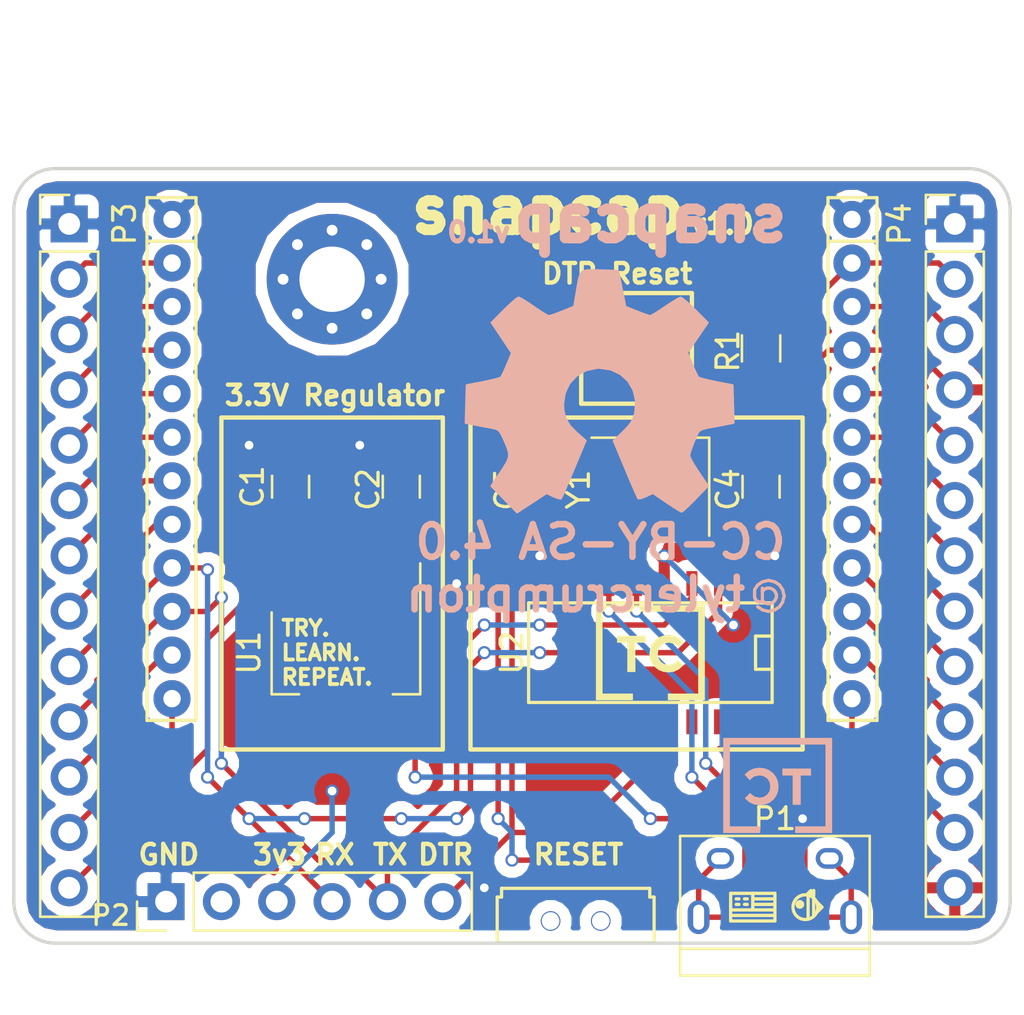
<source format=kicad_pcb>
(kicad_pcb (version 4) (host pcbnew 4.0.3-stable)

  (general
    (links 63)
    (no_connects 0)
    (area 125.654999 86.284999 171.525001 121.995001)
    (thickness 1.6)
    (drawings 62)
    (tracks 207)
    (zones 0)
    (modules 19)
    (nets 31)
  )

  (page A4)
  (layers
    (0 F.Cu signal)
    (31 B.Cu signal)
    (32 B.Adhes user)
    (33 F.Adhes user)
    (34 B.Paste user)
    (35 F.Paste user)
    (36 B.SilkS user)
    (37 F.SilkS user)
    (38 B.Mask user)
    (39 F.Mask user)
    (40 Dwgs.User user)
    (41 Cmts.User user)
    (42 Eco1.User user)
    (43 Eco2.User user)
    (44 Edge.Cuts user)
    (45 Margin user)
    (46 B.CrtYd user)
    (47 F.CrtYd user)
    (48 B.Fab user)
    (49 F.Fab user)
  )

  (setup
    (last_trace_width 0.25)
    (trace_clearance 0.2)
    (zone_clearance 0.508)
    (zone_45_only no)
    (trace_min 0.2)
    (segment_width 0.15)
    (edge_width 0.15)
    (via_size 0.6)
    (via_drill 0.4)
    (via_min_size 0.4)
    (via_min_drill 0.3)
    (uvia_size 0.3)
    (uvia_drill 0.1)
    (uvias_allowed no)
    (uvia_min_size 0.2)
    (uvia_min_drill 0.1)
    (pcb_text_width 0.3)
    (pcb_text_size 1.5 1.5)
    (mod_edge_width 0.15)
    (mod_text_size 1 1)
    (mod_text_width 0.15)
    (pad_size 1.524 1.524)
    (pad_drill 0.762)
    (pad_to_mask_clearance 0.2)
    (aux_axis_origin 0 0)
    (visible_elements 7FFFFFFF)
    (pcbplotparams
      (layerselection 0x00030_80000001)
      (usegerberextensions false)
      (excludeedgelayer true)
      (linewidth 0.100000)
      (plotframeref false)
      (viasonmask false)
      (mode 1)
      (useauxorigin false)
      (hpglpennumber 1)
      (hpglpenspeed 20)
      (hpglpendiameter 15)
      (hpglpenoverlay 2)
      (psnegative false)
      (psa4output false)
      (plotreference true)
      (plotvalue true)
      (plotinvisibletext false)
      (padsonsilk false)
      (subtractmaskfromsilk false)
      (outputformat 1)
      (mirror false)
      (drillshape 1)
      (scaleselection 1)
      (outputdirectory ""))
  )

  (net 0 "")
  (net 1 5V)
  (net 2 GND)
  (net 3 3V3)
  (net 4 SNAP_RST)
  (net 5 DTR)
  (net 6 XI)
  (net 7 XO)
  (net 8 "Net-(P1-Pad2)")
  (net 9 "Net-(P1-Pad3)")
  (net 10 "Net-(P1-Pad6)")
  (net 11 SNAP_RXD1)
  (net 12 SNAP_TXD1)
  (net 13 GPIO0)
  (net 14 GPIO1)
  (net 15 GPIO2)
  (net 16 GPIO3)
  (net 17 GPIO4)
  (net 18 GPIO5)
  (net 19 GPIO6)
  (net 20 GPIO9)
  (net 21 GPIO10)
  (net 22 GPIO19)
  (net 23 GPIO18)
  (net 24 GPIO17)
  (net 25 GPIO16)
  (net 26 GPIO15)
  (net 27 GPIO14)
  (net 28 GPIO13)
  (net 29 GPIO12)
  (net 30 GPIO11)

  (net_class Default "This is the default net class."
    (clearance 0.2)
    (trace_width 0.25)
    (via_dia 0.6)
    (via_drill 0.4)
    (uvia_dia 0.3)
    (uvia_drill 0.1)
    (add_net 3V3)
    (add_net 5V)
    (add_net DTR)
    (add_net GND)
    (add_net GPIO0)
    (add_net GPIO1)
    (add_net GPIO10)
    (add_net GPIO11)
    (add_net GPIO12)
    (add_net GPIO13)
    (add_net GPIO14)
    (add_net GPIO15)
    (add_net GPIO16)
    (add_net GPIO17)
    (add_net GPIO18)
    (add_net GPIO19)
    (add_net GPIO2)
    (add_net GPIO3)
    (add_net GPIO4)
    (add_net GPIO5)
    (add_net GPIO6)
    (add_net GPIO9)
    (add_net "Net-(P1-Pad2)")
    (add_net "Net-(P1-Pad3)")
    (add_net "Net-(P1-Pad6)")
    (add_net SNAP_RST)
    (add_net SNAP_RXD1)
    (add_net SNAP_TXD1)
    (add_net XI)
    (add_net XO)
  )

  (module Capacitors_SMD:C_0805_HandSoldering (layer F.Cu) (tedit 58AA84A8) (tstamp 59C4B90A)
    (at 138.43 100.965 90)
    (descr "Capacitor SMD 0805, hand soldering")
    (tags "capacitor 0805")
    (path /59C3BE38)
    (attr smd)
    (fp_text reference C1 (at 0 -1.75 90) (layer F.SilkS)
      (effects (font (size 1 1) (thickness 0.15)))
    )
    (fp_text value 10u (at 0 1.75 90) (layer F.Fab)
      (effects (font (size 1 1) (thickness 0.15)))
    )
    (fp_text user %R (at 0 -1.75 90) (layer F.Fab)
      (effects (font (size 1 1) (thickness 0.15)))
    )
    (fp_line (start -1 0.62) (end -1 -0.62) (layer F.Fab) (width 0.1))
    (fp_line (start 1 0.62) (end -1 0.62) (layer F.Fab) (width 0.1))
    (fp_line (start 1 -0.62) (end 1 0.62) (layer F.Fab) (width 0.1))
    (fp_line (start -1 -0.62) (end 1 -0.62) (layer F.Fab) (width 0.1))
    (fp_line (start 0.5 -0.85) (end -0.5 -0.85) (layer F.SilkS) (width 0.12))
    (fp_line (start -0.5 0.85) (end 0.5 0.85) (layer F.SilkS) (width 0.12))
    (fp_line (start -2.25 -0.88) (end 2.25 -0.88) (layer F.CrtYd) (width 0.05))
    (fp_line (start -2.25 -0.88) (end -2.25 0.87) (layer F.CrtYd) (width 0.05))
    (fp_line (start 2.25 0.87) (end 2.25 -0.88) (layer F.CrtYd) (width 0.05))
    (fp_line (start 2.25 0.87) (end -2.25 0.87) (layer F.CrtYd) (width 0.05))
    (pad 1 smd rect (at -1.25 0 90) (size 1.5 1.25) (layers F.Cu F.Paste F.Mask)
      (net 1 5V))
    (pad 2 smd rect (at 1.25 0 90) (size 1.5 1.25) (layers F.Cu F.Paste F.Mask)
      (net 2 GND))
    (model Capacitors_SMD.3dshapes/C_0805.wrl
      (at (xyz 0 0 0))
      (scale (xyz 1 1 1))
      (rotate (xyz 0 0 0))
    )
  )

  (module Capacitors_SMD:C_0805_HandSoldering (layer F.Cu) (tedit 59C7603C) (tstamp 59C4B910)
    (at 143.51 100.965 90)
    (descr "Capacitor SMD 0805, hand soldering")
    (tags "capacitor 0805")
    (path /59C3C5C1)
    (attr smd)
    (fp_text reference C2 (at -0.127 -1.524 90) (layer F.SilkS)
      (effects (font (size 1 1) (thickness 0.15)))
    )
    (fp_text value 10u (at 0 1.75 90) (layer F.Fab)
      (effects (font (size 1 1) (thickness 0.15)))
    )
    (fp_text user %R (at -0.127 -1.524 90) (layer F.Fab)
      (effects (font (size 1 1) (thickness 0.15)))
    )
    (fp_line (start -1 0.62) (end -1 -0.62) (layer F.Fab) (width 0.1))
    (fp_line (start 1 0.62) (end -1 0.62) (layer F.Fab) (width 0.1))
    (fp_line (start 1 -0.62) (end 1 0.62) (layer F.Fab) (width 0.1))
    (fp_line (start -1 -0.62) (end 1 -0.62) (layer F.Fab) (width 0.1))
    (fp_line (start 0.5 -0.85) (end -0.5 -0.85) (layer F.SilkS) (width 0.12))
    (fp_line (start -0.5 0.85) (end 0.5 0.85) (layer F.SilkS) (width 0.12))
    (fp_line (start -2.25 -0.88) (end 2.25 -0.88) (layer F.CrtYd) (width 0.05))
    (fp_line (start -2.25 -0.88) (end -2.25 0.87) (layer F.CrtYd) (width 0.05))
    (fp_line (start 2.25 0.87) (end 2.25 -0.88) (layer F.CrtYd) (width 0.05))
    (fp_line (start 2.25 0.87) (end -2.25 0.87) (layer F.CrtYd) (width 0.05))
    (pad 1 smd rect (at -1.25 0 90) (size 1.5 1.25) (layers F.Cu F.Paste F.Mask)
      (net 3 3V3))
    (pad 2 smd rect (at 1.25 0 90) (size 1.5 1.25) (layers F.Cu F.Paste F.Mask)
      (net 2 GND))
    (model Capacitors_SMD.3dshapes/C_0805.wrl
      (at (xyz 0 0 0))
      (scale (xyz 1 1 1))
      (rotate (xyz 0 0 0))
    )
  )

  (module Capacitors_SMD:C_0805_HandSoldering (layer F.Cu) (tedit 59C76035) (tstamp 59C4B916)
    (at 154.94 94.615 270)
    (descr "Capacitor SMD 0805, hand soldering")
    (tags "capacitor 0805")
    (path /59C39011)
    (attr smd)
    (fp_text reference C3 (at 0.127 1.524 270) (layer F.SilkS)
      (effects (font (size 1 1) (thickness 0.15)))
    )
    (fp_text value 0.1u (at 0 -1.905 270) (layer F.Fab)
      (effects (font (size 1 1) (thickness 0.15)))
    )
    (fp_text user %R (at 0.127 1.524 270) (layer F.Fab)
      (effects (font (size 1 1) (thickness 0.15)))
    )
    (fp_line (start -1 0.62) (end -1 -0.62) (layer F.Fab) (width 0.1))
    (fp_line (start 1 0.62) (end -1 0.62) (layer F.Fab) (width 0.1))
    (fp_line (start 1 -0.62) (end 1 0.62) (layer F.Fab) (width 0.1))
    (fp_line (start -1 -0.62) (end 1 -0.62) (layer F.Fab) (width 0.1))
    (fp_line (start 0.5 -0.85) (end -0.5 -0.85) (layer F.SilkS) (width 0.12))
    (fp_line (start -0.5 0.85) (end 0.5 0.85) (layer F.SilkS) (width 0.12))
    (fp_line (start -2.25 -0.88) (end 2.25 -0.88) (layer F.CrtYd) (width 0.05))
    (fp_line (start -2.25 -0.88) (end -2.25 0.87) (layer F.CrtYd) (width 0.05))
    (fp_line (start 2.25 0.87) (end 2.25 -0.88) (layer F.CrtYd) (width 0.05))
    (fp_line (start 2.25 0.87) (end -2.25 0.87) (layer F.CrtYd) (width 0.05))
    (pad 1 smd rect (at -1.25 0 270) (size 1.5 1.25) (layers F.Cu F.Paste F.Mask)
      (net 4 SNAP_RST))
    (pad 2 smd rect (at 1.25 0 270) (size 1.5 1.25) (layers F.Cu F.Paste F.Mask)
      (net 5 DTR))
    (model Capacitors_SMD.3dshapes/C_0805.wrl
      (at (xyz 0 0 0))
      (scale (xyz 1 1 1))
      (rotate (xyz 0 0 0))
    )
  )

  (module Capacitors_SMD:C_0805_HandSoldering (layer F.Cu) (tedit 59C7601F) (tstamp 59C4B91C)
    (at 160.02 100.965 270)
    (descr "Capacitor SMD 0805, hand soldering")
    (tags "capacitor 0805")
    (path /59C36C51)
    (attr smd)
    (fp_text reference C4 (at 0.127 1.524 270) (layer F.SilkS)
      (effects (font (size 1 1) (thickness 0.15)))
    )
    (fp_text value 22p (at 0 -1.27 270) (layer F.Fab)
      (effects (font (size 1 1) (thickness 0.15)))
    )
    (fp_text user %R (at 0.127 1.524 270) (layer F.Fab)
      (effects (font (size 1 1) (thickness 0.15)))
    )
    (fp_line (start -1 0.62) (end -1 -0.62) (layer F.Fab) (width 0.1))
    (fp_line (start 1 0.62) (end -1 0.62) (layer F.Fab) (width 0.1))
    (fp_line (start 1 -0.62) (end 1 0.62) (layer F.Fab) (width 0.1))
    (fp_line (start -1 -0.62) (end 1 -0.62) (layer F.Fab) (width 0.1))
    (fp_line (start 0.5 -0.85) (end -0.5 -0.85) (layer F.SilkS) (width 0.12))
    (fp_line (start -0.5 0.85) (end 0.5 0.85) (layer F.SilkS) (width 0.12))
    (fp_line (start -2.25 -0.88) (end 2.25 -0.88) (layer F.CrtYd) (width 0.05))
    (fp_line (start -2.25 -0.88) (end -2.25 0.87) (layer F.CrtYd) (width 0.05))
    (fp_line (start 2.25 0.87) (end 2.25 -0.88) (layer F.CrtYd) (width 0.05))
    (fp_line (start 2.25 0.87) (end -2.25 0.87) (layer F.CrtYd) (width 0.05))
    (pad 1 smd rect (at -1.25 0 270) (size 1.5 1.25) (layers F.Cu F.Paste F.Mask)
      (net 6 XI))
    (pad 2 smd rect (at 1.25 0 270) (size 1.5 1.25) (layers F.Cu F.Paste F.Mask)
      (net 2 GND))
    (model Capacitors_SMD.3dshapes/C_0805.wrl
      (at (xyz 0 0 0))
      (scale (xyz 1 1 1))
      (rotate (xyz 0 0 0))
    )
  )

  (module Capacitors_SMD:C_0805_HandSoldering (layer F.Cu) (tedit 59C76010) (tstamp 59C4B922)
    (at 149.86 100.965 270)
    (descr "Capacitor SMD 0805, hand soldering")
    (tags "capacitor 0805")
    (path /59C36EE2)
    (attr smd)
    (fp_text reference C5 (at 0.127 1.524 270) (layer F.SilkS)
      (effects (font (size 1 1) (thickness 0.15)))
    )
    (fp_text value 22p (at 0 -1.27 270) (layer F.Fab)
      (effects (font (size 1 1) (thickness 0.15)))
    )
    (fp_text user %R (at 0.127 1.524 270) (layer F.Fab)
      (effects (font (size 1 1) (thickness 0.15)))
    )
    (fp_line (start -1 0.62) (end -1 -0.62) (layer F.Fab) (width 0.1))
    (fp_line (start 1 0.62) (end -1 0.62) (layer F.Fab) (width 0.1))
    (fp_line (start 1 -0.62) (end 1 0.62) (layer F.Fab) (width 0.1))
    (fp_line (start -1 -0.62) (end 1 -0.62) (layer F.Fab) (width 0.1))
    (fp_line (start 0.5 -0.85) (end -0.5 -0.85) (layer F.SilkS) (width 0.12))
    (fp_line (start -0.5 0.85) (end 0.5 0.85) (layer F.SilkS) (width 0.12))
    (fp_line (start -2.25 -0.88) (end 2.25 -0.88) (layer F.CrtYd) (width 0.05))
    (fp_line (start -2.25 -0.88) (end -2.25 0.87) (layer F.CrtYd) (width 0.05))
    (fp_line (start 2.25 0.87) (end 2.25 -0.88) (layer F.CrtYd) (width 0.05))
    (fp_line (start 2.25 0.87) (end -2.25 0.87) (layer F.CrtYd) (width 0.05))
    (pad 1 smd rect (at -1.25 0 270) (size 1.5 1.25) (layers F.Cu F.Paste F.Mask)
      (net 7 XO))
    (pad 2 smd rect (at 1.25 0 270) (size 1.5 1.25) (layers F.Cu F.Paste F.Mask)
      (net 2 GND))
    (model Capacitors_SMD.3dshapes/C_0805.wrl
      (at (xyz 0 0 0))
      (scale (xyz 1 1 1))
      (rotate (xyz 0 0 0))
    )
  )

  (module Connect:USB_Micro-B (layer F.Cu) (tedit 59C75F96) (tstamp 59C4B92F)
    (at 160.655 119.38)
    (descr "Micro USB Type B Receptacle")
    (tags "USB USB_B USB_micro USB_OTG")
    (path /59C4F14C)
    (attr smd)
    (fp_text reference P1 (at 0 -3.175 180) (layer F.SilkS)
      (effects (font (size 1 1) (thickness 0.15)))
    )
    (fp_text value USB_OTG (at 0 5.01) (layer F.Fab)
      (effects (font (size 1 1) (thickness 0.15)))
    )
    (fp_line (start -4.6 -2.59) (end 4.6 -2.59) (layer F.CrtYd) (width 0.05))
    (fp_line (start 4.6 -2.59) (end 4.6 4.26) (layer F.CrtYd) (width 0.05))
    (fp_line (start 4.6 4.26) (end -4.6 4.26) (layer F.CrtYd) (width 0.05))
    (fp_line (start -4.6 4.26) (end -4.6 -2.59) (layer F.CrtYd) (width 0.05))
    (fp_line (start -4.35 4.03) (end 4.35 4.03) (layer F.SilkS) (width 0.12))
    (fp_line (start -4.35 -2.38) (end 4.35 -2.38) (layer F.SilkS) (width 0.12))
    (fp_line (start 4.35 -2.38) (end 4.35 4.03) (layer F.SilkS) (width 0.12))
    (fp_line (start 4.35 2.8) (end -4.35 2.8) (layer F.SilkS) (width 0.12))
    (fp_line (start -4.35 4.03) (end -4.35 -2.38) (layer F.SilkS) (width 0.12))
    (pad 1 smd rect (at -1.3 -1.35 90) (size 1.35 0.4) (layers F.Cu F.Paste F.Mask)
      (net 1 5V))
    (pad 2 smd rect (at -0.65 -1.35 90) (size 1.35 0.4) (layers F.Cu F.Paste F.Mask)
      (net 8 "Net-(P1-Pad2)"))
    (pad 3 smd rect (at 0 -1.35 90) (size 1.35 0.4) (layers F.Cu F.Paste F.Mask)
      (net 9 "Net-(P1-Pad3)"))
    (pad 4 smd rect (at 0.65 -1.35 90) (size 1.35 0.4) (layers F.Cu F.Paste F.Mask))
    (pad 5 smd rect (at 1.3 -1.35 90) (size 1.35 0.4) (layers F.Cu F.Paste F.Mask)
      (net 2 GND))
    (pad 6 thru_hole oval (at -2.5 -1.35 90) (size 0.95 1.25) (drill oval 0.55 0.85) (layers *.Cu *.Mask)
      (net 10 "Net-(P1-Pad6)"))
    (pad 6 thru_hole oval (at 2.5 -1.35 90) (size 0.95 1.25) (drill oval 0.55 0.85) (layers *.Cu *.Mask)
      (net 10 "Net-(P1-Pad6)"))
    (pad 6 thru_hole oval (at -3.5 1.35 90) (size 1.55 1) (drill oval 1.15 0.5) (layers *.Cu *.Mask)
      (net 10 "Net-(P1-Pad6)"))
    (pad 6 thru_hole oval (at 3.5 1.35 90) (size 1.55 1) (drill oval 1.15 0.5) (layers *.Cu *.Mask)
      (net 10 "Net-(P1-Pad6)"))
  )

  (module Pin_Headers:Pin_Header_Straight_1x06_Pitch2.54mm (layer F.Cu) (tedit 59C76B70) (tstamp 59C4B939)
    (at 132.715 120.015 90)
    (descr "Through hole straight pin header, 1x06, 2.54mm pitch, single row")
    (tags "Through hole pin header THT 1x06 2.54mm single row")
    (path /59C4AFE2)
    (fp_text reference P2 (at -0.635 -2.54 180) (layer F.SilkS)
      (effects (font (size 0.9 0.9) (thickness 0.15)))
    )
    (fp_text value CONN_01X06 (at -3.175 7.62 180) (layer F.Fab)
      (effects (font (size 1 1) (thickness 0.15)))
    )
    (fp_line (start -0.635 -1.27) (end 1.27 -1.27) (layer F.Fab) (width 0.1))
    (fp_line (start 1.27 -1.27) (end 1.27 13.97) (layer F.Fab) (width 0.1))
    (fp_line (start 1.27 13.97) (end -1.27 13.97) (layer F.Fab) (width 0.1))
    (fp_line (start -1.27 13.97) (end -1.27 -0.635) (layer F.Fab) (width 0.1))
    (fp_line (start -1.27 -0.635) (end -0.635 -1.27) (layer F.Fab) (width 0.1))
    (fp_line (start -1.33 14.03) (end 1.33 14.03) (layer F.SilkS) (width 0.12))
    (fp_line (start -1.33 1.27) (end -1.33 14.03) (layer F.SilkS) (width 0.12))
    (fp_line (start 1.33 1.27) (end 1.33 14.03) (layer F.SilkS) (width 0.12))
    (fp_line (start -1.33 1.27) (end 1.33 1.27) (layer F.SilkS) (width 0.12))
    (fp_line (start -1.33 0) (end -1.33 -1.33) (layer F.SilkS) (width 0.12))
    (fp_line (start -1.33 -1.33) (end 0 -1.33) (layer F.SilkS) (width 0.12))
    (fp_line (start -1.8 -1.8) (end -1.8 14.5) (layer F.CrtYd) (width 0.05))
    (fp_line (start -1.8 14.5) (end 1.8 14.5) (layer F.CrtYd) (width 0.05))
    (fp_line (start 1.8 14.5) (end 1.8 -1.8) (layer F.CrtYd) (width 0.05))
    (fp_line (start 1.8 -1.8) (end -1.8 -1.8) (layer F.CrtYd) (width 0.05))
    (fp_text user %R (at 0 6.35 180) (layer F.Fab)
      (effects (font (size 1 1) (thickness 0.15)))
    )
    (pad 1 thru_hole rect (at 0 0 90) (size 1.7 1.7) (drill 1) (layers *.Cu *.Mask)
      (net 2 GND))
    (pad 2 thru_hole oval (at 0 2.54 90) (size 1.7 1.7) (drill 1) (layers *.Cu *.Mask))
    (pad 3 thru_hole oval (at 0 5.08 90) (size 1.7 1.7) (drill 1) (layers *.Cu *.Mask)
      (net 3 3V3))
    (pad 4 thru_hole oval (at 0 7.62 90) (size 1.7 1.7) (drill 1) (layers *.Cu *.Mask)
      (net 11 SNAP_RXD1))
    (pad 5 thru_hole oval (at 0 10.16 90) (size 1.7 1.7) (drill 1) (layers *.Cu *.Mask)
      (net 12 SNAP_TXD1))
    (pad 6 thru_hole oval (at 0 12.7 90) (size 1.7 1.7) (drill 1) (layers *.Cu *.Mask)
      (net 5 DTR))
    (model ${KISYS3DMOD}/Pin_Headers.3dshapes/Pin_Header_Straight_1x06_Pitch2.54mm.wrl
      (at (xyz 0 0 0))
      (scale (xyz 1 1 1))
      (rotate (xyz 0 0 0))
    )
  )

  (module Pin_Headers:Pin_Header_Straight_1x13_Pitch2.54mm (layer F.Cu) (tedit 59C76890) (tstamp 59C4B94A)
    (at 128.27 88.9)
    (descr "Through hole straight pin header, 1x13, 2.54mm pitch, single row")
    (tags "Through hole pin header THT 1x13 2.54mm single row")
    (path /59C3ADB8)
    (fp_text reference P3 (at 2.54 0 270) (layer F.SilkS)
      (effects (font (size 1 1) (thickness 0.15)))
    )
    (fp_text value CONN_01X13 (at -1.905 17.78 90) (layer F.Fab)
      (effects (font (size 1 1) (thickness 0.15)))
    )
    (fp_line (start -0.635 -1.27) (end 1.27 -1.27) (layer F.Fab) (width 0.1))
    (fp_line (start 1.27 -1.27) (end 1.27 31.75) (layer F.Fab) (width 0.1))
    (fp_line (start 1.27 31.75) (end -1.27 31.75) (layer F.Fab) (width 0.1))
    (fp_line (start -1.27 31.75) (end -1.27 -0.635) (layer F.Fab) (width 0.1))
    (fp_line (start -1.27 -0.635) (end -0.635 -1.27) (layer F.Fab) (width 0.1))
    (fp_line (start -1.33 31.81) (end 1.33 31.81) (layer F.SilkS) (width 0.12))
    (fp_line (start -1.33 1.27) (end -1.33 31.81) (layer F.SilkS) (width 0.12))
    (fp_line (start 1.33 1.27) (end 1.33 31.81) (layer F.SilkS) (width 0.12))
    (fp_line (start -1.33 1.27) (end 1.33 1.27) (layer F.SilkS) (width 0.12))
    (fp_line (start -1.33 0) (end -1.33 -1.33) (layer F.SilkS) (width 0.12))
    (fp_line (start -1.33 -1.33) (end 0 -1.33) (layer F.SilkS) (width 0.12))
    (fp_line (start -1.8 -1.8) (end -1.8 32.25) (layer F.CrtYd) (width 0.05))
    (fp_line (start -1.8 32.25) (end 1.8 32.25) (layer F.CrtYd) (width 0.05))
    (fp_line (start 1.8 32.25) (end 1.8 -1.8) (layer F.CrtYd) (width 0.05))
    (fp_line (start 1.8 -1.8) (end -1.8 -1.8) (layer F.CrtYd) (width 0.05))
    (fp_text user %R (at 0 15.24 90) (layer F.Fab)
      (effects (font (size 1 1) (thickness 0.15)))
    )
    (pad 1 thru_hole rect (at 0 0) (size 1.7 1.7) (drill 1) (layers *.Cu *.Mask)
      (net 2 GND))
    (pad 2 thru_hole oval (at 0 2.54) (size 1.7 1.7) (drill 1) (layers *.Cu *.Mask)
      (net 13 GPIO0))
    (pad 3 thru_hole oval (at 0 5.08) (size 1.7 1.7) (drill 1) (layers *.Cu *.Mask)
      (net 14 GPIO1))
    (pad 4 thru_hole oval (at 0 7.62) (size 1.7 1.7) (drill 1) (layers *.Cu *.Mask)
      (net 15 GPIO2))
    (pad 5 thru_hole oval (at 0 10.16) (size 1.7 1.7) (drill 1) (layers *.Cu *.Mask)
      (net 16 GPIO3))
    (pad 6 thru_hole oval (at 0 12.7) (size 1.7 1.7) (drill 1) (layers *.Cu *.Mask)
      (net 17 GPIO4))
    (pad 7 thru_hole oval (at 0 15.24) (size 1.7 1.7) (drill 1) (layers *.Cu *.Mask)
      (net 18 GPIO5))
    (pad 8 thru_hole oval (at 0 17.78) (size 1.7 1.7) (drill 1) (layers *.Cu *.Mask)
      (net 19 GPIO6))
    (pad 9 thru_hole oval (at 0 20.32) (size 1.7 1.7) (drill 1) (layers *.Cu *.Mask)
      (net 11 SNAP_RXD1))
    (pad 10 thru_hole oval (at 0 22.86) (size 1.7 1.7) (drill 1) (layers *.Cu *.Mask)
      (net 12 SNAP_TXD1))
    (pad 11 thru_hole oval (at 0 25.4) (size 1.7 1.7) (drill 1) (layers *.Cu *.Mask)
      (net 20 GPIO9))
    (pad 12 thru_hole oval (at 0 27.94) (size 1.7 1.7) (drill 1) (layers *.Cu *.Mask)
      (net 21 GPIO10))
    (pad 13 thru_hole oval (at 0 30.48) (size 1.7 1.7) (drill 1) (layers *.Cu *.Mask)
      (net 1 5V))
    (model ${KISYS3DMOD}/Pin_Headers.3dshapes/Pin_Header_Straight_1x13_Pitch2.54mm.wrl
      (at (xyz 0 0 0))
      (scale (xyz 1 1 1))
      (rotate (xyz 0 0 0))
    )
  )

  (module Pin_Headers:Pin_Header_Straight_1x13_Pitch2.54mm (layer F.Cu) (tedit 59C60E3E) (tstamp 59C4B95B)
    (at 168.91 88.9)
    (descr "Through hole straight pin header, 1x13, 2.54mm pitch, single row")
    (tags "Through hole pin header THT 1x13 2.54mm single row")
    (path /59C3AE29)
    (fp_text reference P4 (at -2.54 0 90) (layer F.SilkS)
      (effects (font (size 1 1) (thickness 0.15)))
    )
    (fp_text value CONN_01X13 (at 1.905 17.145 90) (layer F.Fab)
      (effects (font (size 1 1) (thickness 0.15)))
    )
    (fp_line (start -0.635 -1.27) (end 1.27 -1.27) (layer F.Fab) (width 0.1))
    (fp_line (start 1.27 -1.27) (end 1.27 31.75) (layer F.Fab) (width 0.1))
    (fp_line (start 1.27 31.75) (end -1.27 31.75) (layer F.Fab) (width 0.1))
    (fp_line (start -1.27 31.75) (end -1.27 -0.635) (layer F.Fab) (width 0.1))
    (fp_line (start -1.27 -0.635) (end -0.635 -1.27) (layer F.Fab) (width 0.1))
    (fp_line (start -1.33 31.81) (end 1.33 31.81) (layer F.SilkS) (width 0.12))
    (fp_line (start -1.33 1.27) (end -1.33 31.81) (layer F.SilkS) (width 0.12))
    (fp_line (start 1.33 1.27) (end 1.33 31.81) (layer F.SilkS) (width 0.12))
    (fp_line (start -1.33 1.27) (end 1.33 1.27) (layer F.SilkS) (width 0.12))
    (fp_line (start -1.33 0) (end -1.33 -1.33) (layer F.SilkS) (width 0.12))
    (fp_line (start -1.33 -1.33) (end 0 -1.33) (layer F.SilkS) (width 0.12))
    (fp_line (start -1.8 -1.8) (end -1.8 32.25) (layer F.CrtYd) (width 0.05))
    (fp_line (start -1.8 32.25) (end 1.8 32.25) (layer F.CrtYd) (width 0.05))
    (fp_line (start 1.8 32.25) (end 1.8 -1.8) (layer F.CrtYd) (width 0.05))
    (fp_line (start 1.8 -1.8) (end -1.8 -1.8) (layer F.CrtYd) (width 0.05))
    (fp_text user %R (at 0 15.24 90) (layer F.Fab)
      (effects (font (size 1 1) (thickness 0.15)))
    )
    (pad 1 thru_hole rect (at 0 0) (size 1.7 1.7) (drill 1) (layers *.Cu *.Mask)
      (net 2 GND))
    (pad 2 thru_hole oval (at 0 2.54) (size 1.7 1.7) (drill 1) (layers *.Cu *.Mask)
      (net 4 SNAP_RST))
    (pad 3 thru_hole oval (at 0 5.08) (size 1.7 1.7) (drill 1) (layers *.Cu *.Mask)
      (net 22 GPIO19))
    (pad 4 thru_hole oval (at 0 7.62) (size 1.7 1.7) (drill 1) (layers *.Cu *.Mask)
      (net 3 3V3))
    (pad 5 thru_hole oval (at 0 10.16) (size 1.7 1.7) (drill 1) (layers *.Cu *.Mask)
      (net 23 GPIO18))
    (pad 6 thru_hole oval (at 0 12.7) (size 1.7 1.7) (drill 1) (layers *.Cu *.Mask)
      (net 24 GPIO17))
    (pad 7 thru_hole oval (at 0 15.24) (size 1.7 1.7) (drill 1) (layers *.Cu *.Mask)
      (net 25 GPIO16))
    (pad 8 thru_hole oval (at 0 17.78) (size 1.7 1.7) (drill 1) (layers *.Cu *.Mask)
      (net 26 GPIO15))
    (pad 9 thru_hole oval (at 0 20.32) (size 1.7 1.7) (drill 1) (layers *.Cu *.Mask)
      (net 27 GPIO14))
    (pad 10 thru_hole oval (at 0 22.86) (size 1.7 1.7) (drill 1) (layers *.Cu *.Mask)
      (net 28 GPIO13))
    (pad 11 thru_hole oval (at 0 25.4) (size 1.7 1.7) (drill 1) (layers *.Cu *.Mask)
      (net 29 GPIO12))
    (pad 12 thru_hole oval (at 0 27.94) (size 1.7 1.7) (drill 1) (layers *.Cu *.Mask)
      (net 30 GPIO11))
    (pad 13 thru_hole oval (at 0 30.48) (size 1.7 1.7) (drill 1) (layers *.Cu *.Mask)
      (net 3 3V3))
    (model ${KISYS3DMOD}/Pin_Headers.3dshapes/Pin_Header_Straight_1x13_Pitch2.54mm.wrl
      (at (xyz 0 0 0))
      (scale (xyz 1 1 1))
      (rotate (xyz 0 0 0))
    )
  )

  (module Resistors_SMD:R_0805_HandSoldering (layer F.Cu) (tedit 59C7603F) (tstamp 59C4B961)
    (at 160.02 94.615 90)
    (descr "Resistor SMD 0805, hand soldering")
    (tags "resistor 0805")
    (path /59C39813)
    (attr smd)
    (fp_text reference R1 (at -0.127 -1.524 90) (layer F.SilkS)
      (effects (font (size 1 1) (thickness 0.15)))
    )
    (fp_text value 10k (at 0 1.75 90) (layer F.Fab)
      (effects (font (size 1 1) (thickness 0.15)))
    )
    (fp_text user %R (at 0 0 90) (layer F.Fab)
      (effects (font (size 0.5 0.5) (thickness 0.075)))
    )
    (fp_line (start -1 0.62) (end -1 -0.62) (layer F.Fab) (width 0.1))
    (fp_line (start 1 0.62) (end -1 0.62) (layer F.Fab) (width 0.1))
    (fp_line (start 1 -0.62) (end 1 0.62) (layer F.Fab) (width 0.1))
    (fp_line (start -1 -0.62) (end 1 -0.62) (layer F.Fab) (width 0.1))
    (fp_line (start 0.6 0.88) (end -0.6 0.88) (layer F.SilkS) (width 0.12))
    (fp_line (start -0.6 -0.88) (end 0.6 -0.88) (layer F.SilkS) (width 0.12))
    (fp_line (start -2.35 -0.9) (end 2.35 -0.9) (layer F.CrtYd) (width 0.05))
    (fp_line (start -2.35 -0.9) (end -2.35 0.9) (layer F.CrtYd) (width 0.05))
    (fp_line (start 2.35 0.9) (end 2.35 -0.9) (layer F.CrtYd) (width 0.05))
    (fp_line (start 2.35 0.9) (end -2.35 0.9) (layer F.CrtYd) (width 0.05))
    (pad 1 smd rect (at -1.35 0 90) (size 1.5 1.3) (layers F.Cu F.Paste F.Mask)
      (net 3 3V3))
    (pad 2 smd rect (at 1.35 0 90) (size 1.5 1.3) (layers F.Cu F.Paste F.Mask)
      (net 4 SNAP_RST))
    (model ${KISYS3DMOD}/Resistors_SMD.3dshapes/R_0805.wrl
      (at (xyz 0 0 0))
      (scale (xyz 1 1 1))
      (rotate (xyz 0 0 0))
    )
  )

  (module TO_SOT_Packages_SMD:SOT-223 (layer F.Cu) (tedit 59C75FA9) (tstamp 59C4B969)
    (at 140.97 108.585 270)
    (descr "module CMS SOT223 4 pins")
    (tags "CMS SOT")
    (path /59C36518)
    (attr smd)
    (fp_text reference U1 (at 0 4.445 270) (layer F.SilkS)
      (effects (font (size 1 1) (thickness 0.15)))
    )
    (fp_text value AMS1117-3.3 (at 0 4.5 270) (layer F.Fab)
      (effects (font (size 1 1) (thickness 0.15)))
    )
    (fp_text user %R (at 0 0 360) (layer F.Fab)
      (effects (font (size 0.8 0.8) (thickness 0.12)))
    )
    (fp_line (start -1.85 -2.3) (end -0.8 -3.35) (layer F.Fab) (width 0.1))
    (fp_line (start 1.91 3.41) (end 1.91 2.15) (layer F.SilkS) (width 0.12))
    (fp_line (start 1.91 -3.41) (end 1.91 -2.15) (layer F.SilkS) (width 0.12))
    (fp_line (start 4.4 -3.6) (end -4.4 -3.6) (layer F.CrtYd) (width 0.05))
    (fp_line (start 4.4 3.6) (end 4.4 -3.6) (layer F.CrtYd) (width 0.05))
    (fp_line (start -4.4 3.6) (end 4.4 3.6) (layer F.CrtYd) (width 0.05))
    (fp_line (start -4.4 -3.6) (end -4.4 3.6) (layer F.CrtYd) (width 0.05))
    (fp_line (start -1.85 -2.3) (end -1.85 3.35) (layer F.Fab) (width 0.1))
    (fp_line (start -1.85 3.41) (end 1.91 3.41) (layer F.SilkS) (width 0.12))
    (fp_line (start -0.8 -3.35) (end 1.85 -3.35) (layer F.Fab) (width 0.1))
    (fp_line (start -4.1 -3.41) (end 1.91 -3.41) (layer F.SilkS) (width 0.12))
    (fp_line (start -1.85 3.35) (end 1.85 3.35) (layer F.Fab) (width 0.1))
    (fp_line (start 1.85 -3.35) (end 1.85 3.35) (layer F.Fab) (width 0.1))
    (pad 4 smd rect (at 3.15 0 270) (size 2 3.8) (layers F.Cu F.Paste F.Mask)
      (net 3 3V3))
    (pad 2 smd rect (at -3.15 0 270) (size 2 1.5) (layers F.Cu F.Paste F.Mask)
      (net 3 3V3))
    (pad 3 smd rect (at -3.15 2.3 270) (size 2 1.5) (layers F.Cu F.Paste F.Mask)
      (net 1 5V))
    (pad 1 smd rect (at -3.15 -2.3 270) (size 2 1.5) (layers F.Cu F.Paste F.Mask)
      (net 2 GND))
    (model ${KISYS3DMOD}/TO_SOT_Packages_SMD.3dshapes/SOT-223.wrl
      (at (xyz 0 0 0))
      (scale (xyz 1 1 1))
      (rotate (xyz 0 0 0))
    )
  )

  (module SMD_Packages:SO-16-N (layer F.Cu) (tedit 59C75FEE) (tstamp 59C4B97D)
    (at 154.94 108.585 180)
    (descr "Module CMS SOJ 16 pins large")
    (tags "CMS SOJ")
    (path /59C35380)
    (attr smd)
    (fp_text reference U2 (at 6.35 0 270) (layer F.SilkS)
      (effects (font (size 1 1) (thickness 0.15)))
    )
    (fp_text value CH340G (at 0 1.27 180) (layer F.Fab)
      (effects (font (size 1 1) (thickness 0.15)))
    )
    (fp_line (start -5.588 -0.762) (end -4.826 -0.762) (layer F.SilkS) (width 0.15))
    (fp_line (start -4.826 -0.762) (end -4.826 0.762) (layer F.SilkS) (width 0.15))
    (fp_line (start -4.826 0.762) (end -5.588 0.762) (layer F.SilkS) (width 0.15))
    (fp_line (start 5.588 -2.286) (end 5.588 2.286) (layer F.SilkS) (width 0.15))
    (fp_line (start 5.588 2.286) (end -5.588 2.286) (layer F.SilkS) (width 0.15))
    (fp_line (start -5.588 2.286) (end -5.588 -2.286) (layer F.SilkS) (width 0.15))
    (fp_line (start -5.588 -2.286) (end 5.588 -2.286) (layer F.SilkS) (width 0.15))
    (pad 16 smd rect (at -4.445 -3.175 180) (size 0.508 1.143) (layers F.Cu F.Paste F.Mask)
      (net 3 3V3))
    (pad 14 smd rect (at -1.905 -3.175 180) (size 0.508 1.143) (layers F.Cu F.Paste F.Mask))
    (pad 13 smd rect (at -0.635 -3.175 180) (size 0.508 1.143) (layers F.Cu F.Paste F.Mask)
      (net 5 DTR))
    (pad 12 smd rect (at 0.635 -3.175 180) (size 0.508 1.143) (layers F.Cu F.Paste F.Mask))
    (pad 11 smd rect (at 1.905 -3.175 180) (size 0.508 1.143) (layers F.Cu F.Paste F.Mask))
    (pad 10 smd rect (at 3.175 -3.175 180) (size 0.508 1.143) (layers F.Cu F.Paste F.Mask))
    (pad 9 smd rect (at 4.445 -3.175 180) (size 0.508 1.143) (layers F.Cu F.Paste F.Mask))
    (pad 8 smd rect (at 4.445 3.175 180) (size 0.508 1.143) (layers F.Cu F.Paste F.Mask)
      (net 7 XO))
    (pad 7 smd rect (at 3.175 3.175 180) (size 0.508 1.143) (layers F.Cu F.Paste F.Mask)
      (net 6 XI))
    (pad 6 smd rect (at 1.905 3.175 180) (size 0.508 1.143) (layers F.Cu F.Paste F.Mask)
      (net 8 "Net-(P1-Pad2)"))
    (pad 5 smd rect (at 0.635 3.175 180) (size 0.508 1.143) (layers F.Cu F.Paste F.Mask)
      (net 9 "Net-(P1-Pad3)"))
    (pad 4 smd rect (at -0.635 3.175 180) (size 0.508 1.143) (layers F.Cu F.Paste F.Mask)
      (net 3 3V3))
    (pad 3 smd rect (at -1.905 3.175 180) (size 0.508 1.143) (layers F.Cu F.Paste F.Mask)
      (net 12 SNAP_TXD1))
    (pad 2 smd rect (at -3.175 3.175 180) (size 0.508 1.143) (layers F.Cu F.Paste F.Mask)
      (net 11 SNAP_RXD1))
    (pad 1 smd rect (at -4.445 3.175 180) (size 0.508 1.143) (layers F.Cu F.Paste F.Mask)
      (net 2 GND))
    (pad 15 smd rect (at -3.175 -3.175 180) (size 0.508 1.143) (layers F.Cu F.Paste F.Mask))
    (model SMD_Packages.3dshapes/SO-16-N.wrl
      (at (xyz 0 0 0))
      (scale (xyz 0.5 0.4 0.5))
      (rotate (xyz 0 0 0))
    )
  )

  (module Crystals:Crystal_SMD_3225-4pin_3.2x2.5mm_HandSoldering (layer F.Cu) (tedit 59C76015) (tstamp 59C4B9A1)
    (at 154.94 100.965 180)
    (descr "SMD Crystal SERIES SMD3225/4 http://www.txccrystal.com/images/pdf/7m-accuracy.pdf, hand-soldering, 3.2x2.5mm^2 package")
    (tags "SMD SMT crystal hand-soldering")
    (path /59C50040)
    (attr smd)
    (fp_text reference Y1 (at 3.302 -0.127 270) (layer F.SilkS)
      (effects (font (size 1 1) (thickness 0.15)))
    )
    (fp_text value 12MHz (at 0 3.05 180) (layer F.Fab)
      (effects (font (size 1 1) (thickness 0.15)))
    )
    (fp_text user %R (at 0 0 180) (layer F.Fab)
      (effects (font (size 0.7 0.7) (thickness 0.105)))
    )
    (fp_line (start -1.6 -1.25) (end -1.6 1.25) (layer F.Fab) (width 0.1))
    (fp_line (start -1.6 1.25) (end 1.6 1.25) (layer F.Fab) (width 0.1))
    (fp_line (start 1.6 1.25) (end 1.6 -1.25) (layer F.Fab) (width 0.1))
    (fp_line (start 1.6 -1.25) (end -1.6 -1.25) (layer F.Fab) (width 0.1))
    (fp_line (start -1.6 0.25) (end -0.6 1.25) (layer F.Fab) (width 0.1))
    (fp_line (start -2.7 -2.25) (end -2.7 2.25) (layer F.SilkS) (width 0.12))
    (fp_line (start -2.7 2.25) (end 2.7 2.25) (layer F.SilkS) (width 0.12))
    (fp_line (start -2.8 -2.3) (end -2.8 2.3) (layer F.CrtYd) (width 0.05))
    (fp_line (start -2.8 2.3) (end 2.8 2.3) (layer F.CrtYd) (width 0.05))
    (fp_line (start 2.8 2.3) (end 2.8 -2.3) (layer F.CrtYd) (width 0.05))
    (fp_line (start 2.8 -2.3) (end -2.8 -2.3) (layer F.CrtYd) (width 0.05))
    (pad 1 smd rect (at -1.45 1.15 180) (size 2.1 1.8) (layers F.Cu F.Paste F.Mask)
      (net 6 XI))
    (pad 2 smd rect (at 1.45 1.15 180) (size 2.1 1.8) (layers F.Cu F.Paste F.Mask))
    (pad 3 smd rect (at 1.45 -1.15 180) (size 2.1 1.8) (layers F.Cu F.Paste F.Mask)
      (net 7 XO))
    (pad 4 smd rect (at -1.45 -1.15 180) (size 2.1 1.8) (layers F.Cu F.Paste F.Mask))
    (model ${KISYS3DMOD}/Crystals.3dshapes/Crystal_SMD_3225-4pin_3.2x2.5mm_HandSoldering.wrl
      (at (xyz 0 0 0))
      (scale (xyz 1 1 1))
      (rotate (xyz 0 0 0))
    )
  )

  (module CrumpPrints:3x6x3.5mm_side_pushbutton_smd (layer F.Cu) (tedit 59D341AB) (tstamp 59C60E18)
    (at 151.511 120.904 180)
    (path /59C39D4B)
    (fp_text reference RESET (at -0.127 3.048 180) (layer F.SilkS)
      (effects (font (size 0.9 0.9) (thickness 0.2)))
    )
    (fp_text value RESET_SW (at 0 -3.2 180) (layer F.Fab)
      (effects (font (size 1 1) (thickness 0.15)))
    )
    (fp_line (start -3.6 -1) (end -3.6 1.1) (layer F.SilkS) (width 0.15))
    (fp_line (start -3.6 1.1) (end -3.4 1.1) (layer F.SilkS) (width 0.15))
    (fp_line (start -3.4 1.1) (end -3.4 1.5) (layer F.SilkS) (width 0.15))
    (fp_line (start -3.4 1.5) (end 3.4 1.5) (layer F.SilkS) (width 0.15))
    (fp_line (start 3.4 1.5) (end 3.4 1.1) (layer F.SilkS) (width 0.15))
    (fp_line (start 3.4 1.1) (end 3.6 1.1) (layer F.SilkS) (width 0.15))
    (fp_line (start 3.6 1.1) (end 3.6 -1) (layer F.SilkS) (width 0.15))
    (fp_line (start 3.6 -1) (end -3.6 -1) (layer F.SilkS) (width 0.15))
    (fp_line (start 1.5 -1) (end 1.5 -2) (layer F.Fab) (width 0.15))
    (fp_line (start 1.5 -2) (end -1.5 -2) (layer F.Fab) (width 0.15))
    (fp_line (start -1.5 -2) (end -1.5 -1) (layer F.Fab) (width 0.15))
    (fp_line (start -3.4 1.5) (end 3.4 1.5) (layer F.Fab) (width 0.15))
    (fp_line (start 3.6 -1) (end 3.6 1.1) (layer F.Fab) (width 0.15))
    (fp_line (start 3.6 1.1) (end 3.4 1.1) (layer F.Fab) (width 0.15))
    (fp_line (start 3.4 1.1) (end 3.4 1.5) (layer F.Fab) (width 0.15))
    (fp_line (start -3.6 -1) (end -3.6 1.1) (layer F.Fab) (width 0.15))
    (fp_line (start -3.6 1.1) (end -3.4 1.1) (layer F.Fab) (width 0.15))
    (fp_line (start -3.4 1.1) (end -3.4 1.5) (layer F.Fab) (width 0.15))
    (fp_line (start 3.9 -1) (end 3.9 -0.2) (layer F.Fab) (width 0.15))
    (fp_line (start -3.9 -1) (end -3.9 -0.2) (layer F.Fab) (width 0.15))
    (fp_line (start -3.9 -1) (end 3.9 -1) (layer F.Fab) (width 0.15))
    (pad 2 smd rect (at 2.1 1.4 180) (size 0.8 0.9) (layers F.Cu F.Paste F.Mask)
      (net 2 GND))
    (pad "" np_thru_hole circle (at 1.15 0 180) (size 0.9 0.9) (drill 0.8) (layers *.Cu *.Mask))
    (pad "" np_thru_hole circle (at -1.15 0 180) (size 0.9 0.9) (drill 0.8) (layers *.Cu *.Mask))
    (pad 1 smd rect (at -2.1 1.4 180) (size 0.8 0.9) (layers F.Cu F.Paste F.Mask)
      (net 4 SNAP_RST))
  )

  (module CrumpPrints:RF200 locked (layer F.Cu) (tedit 59C76866) (tstamp 59C76B69)
    (at 148.59 99.695)
    (path /59C37A6F)
    (fp_text reference U3 (at -0.000001 -23) (layer F.SilkS) hide
      (effects (font (size 1.5 1.5) (thickness 0.15)))
    )
    (fp_text value RF200 (at -0.000001 15) (layer F.Fab)
      (effects (font (size 1.5 1.5) (thickness 0.15)))
    )
    (fp_line (start 18 -17) (end 18 -13) (layer F.Fab) (width 0.15))
    (fp_line (start -18 -17) (end -18 -13) (layer F.Fab) (width 0.15))
    (fp_line (start 14.5 -10) (end 16.75 -10) (layer F.SilkS) (width 0.15))
    (fp_line (start 14.5 -12) (end 16.75 -12) (layer F.SilkS) (width 0.15))
    (fp_line (start 16.75 -12) (end 16.75 12) (layer F.SilkS) (width 0.15))
    (fp_line (start 16.75 12) (end 14.5 12) (layer F.SilkS) (width 0.15))
    (fp_line (start 14.5 12) (end 14.5 -12) (layer F.SilkS) (width 0.15))
    (fp_line (start -16.75 -10) (end -14.5 -10) (layer F.SilkS) (width 0.15))
    (fp_line (start -16.75 -12) (end -14.5 -12) (layer F.SilkS) (width 0.15))
    (fp_line (start -14.5 -12) (end -14.5 12) (layer F.SilkS) (width 0.15))
    (fp_line (start -14.5 12) (end -16.75 12) (layer F.SilkS) (width 0.15))
    (fp_line (start -16.75 12) (end -16.75 -12) (layer F.SilkS) (width 0.15))
    (fp_line (start -18.000001 -15) (end 17.999999 -15) (layer F.Fab) (width 0.15))
    (fp_line (start 17.999999 -17) (end -18.000001 -17) (layer F.Fab) (width 0.15))
    (fp_line (start -14.000001 -21) (end 13.999999 -21) (layer F.Fab) (width 0.15))
    (fp_arc (start 13.999999 -17) (end 13.999999 -21) (angle 90) (layer F.Fab) (width 0.15))
    (fp_arc (start -14.000001 -17) (end -18.000001 -17) (angle 90) (layer F.Fab) (width 0.15))
    (fp_line (start 17.999999 13) (end 17.999999 -13) (layer F.Fab) (width 0.15))
    (fp_line (start 17.999999 -13) (end -18.000001 -13) (layer F.Fab) (width 0.15))
    (fp_line (start -18.000001 -13) (end -18.000001 13) (layer F.Fab) (width 0.15))
    (fp_line (start -18.000001 13) (end 17.999999 13) (layer F.Fab) (width 0.15))
    (pad 1 thru_hole circle (at -15.6 -11) (size 1.7018 1.7018) (drill 0.800001) (layers *.Cu *.Mask)
      (net 2 GND))
    (pad 2 thru_hole circle (at -15.6 -9) (size 1.7018 1.7018) (drill 0.800001) (layers *.Cu *.Mask)
      (net 13 GPIO0))
    (pad 3 thru_hole circle (at -15.6 -7) (size 1.7018 1.7018) (drill 0.800001) (layers *.Cu *.Mask)
      (net 14 GPIO1))
    (pad 4 thru_hole circle (at -15.6 -5) (size 1.7018 1.7018) (drill 0.800001) (layers *.Cu *.Mask)
      (net 15 GPIO2))
    (pad 5 thru_hole circle (at -15.6 -3) (size 1.7018 1.7018) (drill 0.800001) (layers *.Cu *.Mask)
      (net 16 GPIO3))
    (pad 6 thru_hole circle (at -15.6 -1) (size 1.7018 1.7018) (drill 0.800001) (layers *.Cu *.Mask)
      (net 17 GPIO4))
    (pad 7 thru_hole circle (at -15.6 1) (size 1.7018 1.7018) (drill 0.800001) (layers *.Cu *.Mask)
      (net 18 GPIO5))
    (pad 8 thru_hole circle (at -15.6 3) (size 1.7018 1.7018) (drill 0.800001) (layers *.Cu *.Mask)
      (net 19 GPIO6))
    (pad 9 thru_hole circle (at -15.6 5) (size 1.7018 1.7018) (drill 0.800001) (layers *.Cu *.Mask)
      (net 11 SNAP_RXD1))
    (pad 10 thru_hole circle (at -15.6 7) (size 1.7018 1.7018) (drill 0.800001) (layers *.Cu *.Mask)
      (net 12 SNAP_TXD1))
    (pad 11 thru_hole circle (at -15.6 9) (size 1.7018 1.7018) (drill 0.800001) (layers *.Cu *.Mask)
      (net 20 GPIO9))
    (pad 12 thru_hole circle (at -15.6 11) (size 1.7018 1.7018) (drill 0.800001) (layers *.Cu *.Mask)
      (net 21 GPIO10))
    (pad 13 thru_hole circle (at 15.6 11) (size 1.7018 1.7018) (drill 0.800001) (layers *.Cu *.Mask)
      (net 30 GPIO11))
    (pad 14 thru_hole circle (at 15.6 9) (size 1.7018 1.7018) (drill 0.800001) (layers *.Cu *.Mask)
      (net 29 GPIO12))
    (pad 15 thru_hole circle (at 15.6 7) (size 1.7018 1.7018) (drill 0.800001) (layers *.Cu *.Mask)
      (net 28 GPIO13))
    (pad 16 thru_hole circle (at 15.6 5) (size 1.7018 1.7018) (drill 0.800001) (layers *.Cu *.Mask)
      (net 27 GPIO14))
    (pad 17 thru_hole circle (at 15.6 3) (size 1.7018 1.7018) (drill 0.800001) (layers *.Cu *.Mask)
      (net 26 GPIO15))
    (pad 18 thru_hole circle (at 15.6 1) (size 1.7018 1.7018) (drill 0.800001) (layers *.Cu *.Mask)
      (net 25 GPIO16))
    (pad 19 thru_hole circle (at 15.6 -1) (size 1.7018 1.7018) (drill 0.800001) (layers *.Cu *.Mask)
      (net 24 GPIO17))
    (pad 20 thru_hole circle (at 15.6 -3) (size 1.7018 1.7018) (drill 0.800001) (layers *.Cu *.Mask)
      (net 23 GPIO18))
    (pad 21 thru_hole circle (at 15.6 -5) (size 1.7018 1.7018) (drill 0.800001) (layers *.Cu *.Mask)
      (net 3 3V3))
    (pad 22 thru_hole circle (at 15.6 -7) (size 1.7018 1.7018) (drill 0.800001) (layers *.Cu *.Mask)
      (net 22 GPIO19))
    (pad 23 thru_hole circle (at 15.6 -9) (size 1.7018 1.7018) (drill 0.800001) (layers *.Cu *.Mask)
      (net 4 SNAP_RST))
    (pad 24 thru_hole circle (at 15.6 -11) (size 1.7018 1.7018) (drill 0.800001) (layers *.Cu *.Mask)
      (net 2 GND))
  )

  (module Mounting_Holes:MountingHole_3mm_Pad_Via (layer F.Cu) (tedit 59C76A64) (tstamp 59C76CE8)
    (at 140.335 91.44)
    (descr "Mounting Hole 3mm")
    (tags "mounting hole 3mm")
    (attr virtual)
    (fp_text reference REF** (at 0 0) (layer F.SilkS) hide
      (effects (font (size 1 1) (thickness 0.15)))
    )
    (fp_text value MountingHole_3mm_Pad_Via (at 0 4) (layer F.Fab)
      (effects (font (size 1 1) (thickness 0.15)))
    )
    (fp_text user %R (at 0.3 0) (layer F.Fab)
      (effects (font (size 1 1) (thickness 0.15)))
    )
    (fp_circle (center 0 0) (end 3 0) (layer Cmts.User) (width 0.15))
    (fp_circle (center 0 0) (end 3.25 0) (layer F.CrtYd) (width 0.05))
    (pad 1 thru_hole circle (at 0 0) (size 6 6) (drill 3) (layers *.Cu *.Mask))
    (pad "" thru_hole circle (at 2.25 0) (size 0.8 0.8) (drill 0.5) (layers *.Cu *.Mask))
    (pad "" thru_hole circle (at 1.59099 1.59099) (size 0.8 0.8) (drill 0.5) (layers *.Cu *.Mask))
    (pad "" thru_hole circle (at 0 2.25) (size 0.8 0.8) (drill 0.5) (layers *.Cu *.Mask))
    (pad "" thru_hole circle (at -1.59099 1.59099) (size 0.8 0.8) (drill 0.5) (layers *.Cu *.Mask))
    (pad "" thru_hole circle (at -2.25 0) (size 0.8 0.8) (drill 0.5) (layers *.Cu *.Mask))
    (pad "" thru_hole circle (at -1.59099 -1.59099) (size 0.8 0.8) (drill 0.5) (layers *.Cu *.Mask))
    (pad "" thru_hole circle (at 0 -2.25) (size 0.8 0.8) (drill 0.5) (layers *.Cu *.Mask))
    (pad "" thru_hole circle (at 1.59099 -1.59099) (size 0.8 0.8) (drill 0.5) (layers *.Cu *.Mask))
  )

  (module CrumpPrintSymbols:tc_30mm (layer F.Cu) (tedit 58856E63) (tstamp 59D346AC)
    (at 154.94 108.585)
    (descr "Imported from ../../../Dropbox/Vector Images/Other/tylercrumpton/tc.svg")
    (tags svg2mod)
    (attr smd)
    (fp_text reference svg2mod (at 0 -5.231772) (layer F.SilkS) hide
      (effects (font (thickness 0.3048)))
    )
    (fp_text value G*** (at 0 5.231772) (layer F.SilkS) hide
      (effects (font (thickness 0.3048)))
    )
    (fp_poly (pts (xy 2.193664 1.877434) (xy 2.193664 -1.877434) (xy -2.193661 -1.877434) (xy -2.193661 1.877434)
      (xy -0.80057 1.877434) (xy -0.80057 2.183772) (xy -2.499999 2.183772) (xy -2.499999 -2.183772)
      (xy 2.499999 -2.183772) (xy 2.499999 2.183772) (xy 0.800528 2.183772) (xy 0.800528 1.877434)
      (xy 2.193664 1.877434)) (layer F.SilkS) (width 0))
    (fp_poly (pts (xy -0.686701 -0.454978) (xy -0.686701 0.8898) (xy -1.058682 0.8898) (xy -1.058682 -0.454978)
      (xy -1.530792 -0.454978) (xy -1.530792 -0.776852) (xy -0.21459 -0.776852) (xy -0.21459 -0.454978)
      (xy -0.686701 -0.454978)) (layer F.SilkS) (width 0))
    (fp_poly (pts (xy 0.822581 0.56075) (xy 1.071754 0.506517) (xy 1.270841 0.343775) (xy 1.509259 0.589327)
      (xy 1.308846 0.766865) (xy 1.08591 0.873352) (xy 0.84048 0.908837) (xy 0.598838 0.881819)
      (xy 0.387421 0.80076) (xy 0.20623 0.665649) (xy 0.067795 0.489341) (xy -0.015267 0.284685)
      (xy -0.042954 0.051661) (xy -0.01474 -0.181871) (xy 0.069908 -0.388124) (xy 0.211 -0.567098)
      (xy 0.392861 -0.704846) (xy 0.59989 -0.787502) (xy 0.832078 -0.815056) (xy 1.09064 -0.780353)
      (xy 1.31955 -0.676242) (xy 1.518799 -0.502723) (xy 1.287514 -0.240411) (xy 1.089604 -0.404947)
      (xy 0.848795 -0.459792) (xy 0.654139 -0.425521) (xy 0.489942 -0.322684) (xy 0.378167 -0.161726)
      (xy 0.340931 0.04689) (xy 0.376094 0.256414) (xy 0.481628 0.420053) (xy 0.637187 0.525587)
      (xy 0.822581 0.56075)) (layer F.SilkS) (width 0))
  )

  (module CrumpPrintSymbols:Symbol_OSHW-Logo_12.5mm_NoText_Silkscreen (layer B.Cu) (tedit 54F93AD9) (tstamp 59D347D7)
    (at 152.654 96.52 180)
    (fp_text reference G*** (at 0 0 180) (layer B.SilkS) hide
      (effects (font (thickness 0.3)) (justify mirror))
    )
    (fp_text value LOGO (at 0.75 0 180) (layer B.SilkS) hide
      (effects (font (thickness 0.3)) (justify mirror))
    )
    (fp_poly (pts (xy 6.186444 -1.510795) (xy 5.739055 -1.598946) (xy 5.407619 -1.66271) (xy 5.083407 -1.72269)
      (xy 4.964541 -1.743777) (xy 4.770372 -1.792122) (xy 4.639717 -1.882689) (xy 4.527433 -2.059029)
      (xy 4.437704 -2.252043) (xy 4.282738 -2.614376) (xy 4.201874 -2.87563) (xy 4.199782 -3.089168)
      (xy 4.281135 -3.308355) (xy 4.450602 -3.586557) (xy 4.570131 -3.764897) (xy 5.006375 -4.411382)
      (xy 4.416979 -5.016138) (xy 3.827584 -5.620893) (xy 3.152085 -5.177415) (xy 2.476586 -4.733937)
      (xy 2.170689 -4.879809) (xy 1.96805 -4.961694) (xy 1.837057 -4.987377) (xy 1.820353 -4.981242)
      (xy 1.774541 -4.891911) (xy 1.675942 -4.672863) (xy 1.536255 -4.350958) (xy 1.367177 -3.953053)
      (xy 1.232971 -3.632568) (xy 0.690029 -2.328333) (xy 1.066889 -2.002357) (xy 1.408976 -1.657933)
      (xy 1.614569 -1.315009) (xy 1.708301 -0.923012) (xy 1.721118 -0.659281) (xy 1.644396 -0.14112)
      (xy 1.427912 0.30732) (xy 1.093668 0.663905) (xy 0.663664 0.906504) (xy 0.159904 1.012983)
      (xy 0.055747 1.016) (xy -0.470501 0.94035) (xy -0.919998 0.728237) (xy -1.275002 0.401916)
      (xy -1.517769 -0.016356) (xy -1.630559 -0.504323) (xy -1.595628 -1.039729) (xy -1.593 -1.052173)
      (xy -1.512786 -1.321452) (xy -1.379524 -1.554837) (xy -1.157097 -1.810103) (xy -1.056396 -1.910529)
      (xy -0.610517 -2.345846) (xy -1.151871 -3.642313) (xy -1.334817 -4.07696) (xy -1.496677 -4.454953)
      (xy -1.625708 -4.749392) (xy -1.710173 -4.933377) (xy -1.736676 -4.982231) (xy -1.832647 -4.97664)
      (xy -2.019586 -4.90985) (xy -2.090349 -4.877747) (xy -2.40057 -4.729813) (xy -3.029339 -5.158906)
      (xy -3.314754 -5.34926) (xy -3.547541 -5.496287) (xy -3.692612 -5.578192) (xy -3.720164 -5.588)
      (xy -3.801954 -5.530818) (xy -3.971288 -5.37706) (xy -4.199599 -5.153405) (xy -4.351232 -4.998605)
      (xy -4.920244 -4.409211) (xy -4.492122 -3.774762) (xy -4.301465 -3.479634) (xy -4.154501 -3.228182)
      (xy -4.073255 -3.059195) (xy -4.064 -3.02078) (xy -4.095988 -2.876332) (xy -4.176874 -2.636217)
      (xy -4.284047 -2.358261) (xy -4.394891 -2.100289) (xy -4.486795 -1.920128) (xy -4.505155 -1.89269)
      (xy -4.631335 -1.815355) (xy -4.848115 -1.749891) (xy -4.892517 -1.741406) (xy -5.167395 -1.691793)
      (xy -5.503115 -1.628387) (xy -5.65439 -1.598946) (xy -6.101779 -1.510795) (xy -6.077723 -0.649564)
      (xy -6.053667 0.211667) (xy -5.296156 0.359578) (xy -4.955127 0.431557) (xy -4.679353 0.499833)
      (xy -4.509854 0.553789) (xy -4.478509 0.571245) (xy -4.41746 0.677085) (xy -4.315322 0.893142)
      (xy -4.194741 1.171385) (xy -3.97111 1.70777) (xy -4.441899 2.395909) (xy -4.912688 3.084048)
      (xy -4.342448 3.658691) (xy -4.086931 3.906926) (xy -3.869443 4.101234) (xy -3.720839 4.214885)
      (xy -3.67918 4.233334) (xy -3.57147 4.187923) (xy -3.363347 4.066639) (xy -3.09228 3.891899)
      (xy -2.971637 3.81) (xy -2.687838 3.620163) (xy -2.454218 3.474369) (xy -2.307181 3.394903)
      (xy -2.280118 3.386667) (xy -2.167354 3.416216) (xy -1.946304 3.493622) (xy -1.669454 3.600306)
      (xy -1.135793 3.813946) (xy -0.970064 4.637473) (xy -0.804334 5.461) (xy 0.022092 5.485244)
      (xy 0.396071 5.496272) (xy 0.652567 5.485958) (xy 0.819385 5.428102) (xy 0.92433 5.296505)
      (xy 0.995208 5.064969) (xy 1.059825 4.707294) (xy 1.098855 4.470685) (xy 1.207741 3.819037)
      (xy 1.747761 3.602852) (xy 2.031832 3.493904) (xy 2.25712 3.416228) (xy 2.374697 3.386667)
      (xy 2.479332 3.432585) (xy 2.683861 3.55513) (xy 2.951114 3.73149) (xy 3.064418 3.810001)
      (xy 3.34719 4.001347) (xy 3.583047 4.147671) (xy 3.734283 4.226094) (xy 3.762048 4.233334)
      (xy 3.859384 4.176585) (xy 4.042694 4.024195) (xy 4.280969 3.802947) (xy 4.425555 3.660261)
      (xy 4.994236 3.087189) (xy 4.527888 2.390632) (xy 4.06154 1.694075) (xy 4.282289 1.164538)
      (xy 4.402631 0.887059) (xy 4.503976 0.673276) (xy 4.563175 0.571245) (xy 4.668247 0.52774)
      (xy 4.898961 0.4649) (xy 5.214296 0.393346) (xy 5.380822 0.359578) (xy 6.138333 0.211667)
      (xy 6.162389 -0.649564) (xy 6.186444 -1.510795) (xy 6.186444 -1.510795)) (layer B.SilkS) (width 0.1))
  )

  (module CrumpPrintSymbols:tc_30mm (layer B.Cu) (tedit 58856E63) (tstamp 59D3484D)
    (at 160.782 114.681 180)
    (descr "Imported from ../../../Dropbox/Vector Images/Other/tylercrumpton/tc.svg")
    (tags svg2mod)
    (attr smd)
    (fp_text reference svg2mod (at 0 5.231772 180) (layer B.SilkS) hide
      (effects (font (thickness 0.3048)) (justify mirror))
    )
    (fp_text value G*** (at 0 -5.231772 180) (layer B.SilkS) hide
      (effects (font (thickness 0.3048)) (justify mirror))
    )
    (fp_poly (pts (xy 2.193664 -1.877434) (xy 2.193664 1.877434) (xy -2.193661 1.877434) (xy -2.193661 -1.877434)
      (xy -0.80057 -1.877434) (xy -0.80057 -2.183772) (xy -2.499999 -2.183772) (xy -2.499999 2.183772)
      (xy 2.499999 2.183772) (xy 2.499999 -2.183772) (xy 0.800528 -2.183772) (xy 0.800528 -1.877434)
      (xy 2.193664 -1.877434)) (layer B.SilkS) (width 0))
    (fp_poly (pts (xy -0.686701 0.454978) (xy -0.686701 -0.8898) (xy -1.058682 -0.8898) (xy -1.058682 0.454978)
      (xy -1.530792 0.454978) (xy -1.530792 0.776852) (xy -0.21459 0.776852) (xy -0.21459 0.454978)
      (xy -0.686701 0.454978)) (layer B.SilkS) (width 0))
    (fp_poly (pts (xy 0.822581 -0.56075) (xy 1.071754 -0.506517) (xy 1.270841 -0.343775) (xy 1.509259 -0.589327)
      (xy 1.308846 -0.766865) (xy 1.08591 -0.873352) (xy 0.84048 -0.908837) (xy 0.598838 -0.881819)
      (xy 0.387421 -0.80076) (xy 0.20623 -0.665649) (xy 0.067795 -0.489341) (xy -0.015267 -0.284685)
      (xy -0.042954 -0.051661) (xy -0.01474 0.181871) (xy 0.069908 0.388124) (xy 0.211 0.567098)
      (xy 0.392861 0.704846) (xy 0.59989 0.787502) (xy 0.832078 0.815056) (xy 1.09064 0.780353)
      (xy 1.31955 0.676242) (xy 1.518799 0.502723) (xy 1.287514 0.240411) (xy 1.089604 0.404947)
      (xy 0.848795 0.459792) (xy 0.654139 0.425521) (xy 0.489942 0.322684) (xy 0.378167 0.161726)
      (xy 0.340931 -0.04689) (xy 0.376094 -0.256414) (xy 0.481628 -0.420053) (xy 0.637187 -0.525587)
      (xy 0.822581 -0.56075)) (layer B.SilkS) (width 0))
  )

  (gr_text snapcap (at 154.94 88.646) (layer B.SilkS) (tstamp 59D34808)
    (effects (font (size 2 2) (thickness 0.5)) (justify mirror))
  )
  (gr_text v1.0 (at 147.066 89.281) (layer B.SilkS) (tstamp 59D34807)
    (effects (font (size 0.9 0.9) (thickness 0.225)) (justify mirror))
  )
  (gr_text @ (at 160.401 105.791) (layer B.SilkS)
    (effects (font (size 1.5 1.5) (thickness 0.15)) (justify mirror))
  )
  (gr_text tylercrumpton (at 151.511 105.918) (layer B.SilkS)
    (effects (font (size 1.5 1.5) (thickness 0.3)) (justify mirror))
  )
  (gr_text "CC-BY-SA 4.0" (at 152.654 103.505) (layer B.SilkS)
    (effects (font (size 1.5 1.5) (thickness 0.3)) (justify mirror))
  )
  (gr_line (start 162.814 120.269) (end 162.56 120.523) (angle 90) (layer F.SilkS) (width 0.15))
  (gr_line (start 162.56 120.015) (end 162.814 120.269) (angle 90) (layer F.SilkS) (width 0.15))
  (gr_line (start 162.433 119.761) (end 162.433 119.634) (angle 90) (layer F.SilkS) (width 0.15))
  (gr_line (start 162.433 119.634) (end 162.433 119.507) (angle 90) (layer F.SilkS) (width 0.15))
  (gr_line (start 162.179 119.634) (end 162.306 119.507) (angle 90) (layer F.SilkS) (width 0.15))
  (gr_line (start 162.306 119.634) (end 162.433 119.507) (angle 90) (layer F.SilkS) (width 0.15))
  (gr_line (start 162.306 119.761) (end 162.306 119.634) (angle 90) (layer F.SilkS) (width 0.15))
  (gr_line (start 162.179 119.761) (end 162.179 119.634) (angle 90) (layer F.SilkS) (width 0.15))
  (gr_circle (center 162.052 120.269) (end 162.306 119.761) (layer F.SilkS) (width 0.15))
  (gr_line (start 161.671 120.142) (end 161.798 120.142) (angle 90) (layer F.SilkS) (width 0.15))
  (gr_line (start 162.433 120.65) (end 162.433 119.888) (angle 90) (layer F.SilkS) (width 0.15))
  (gr_line (start 162.179 119.761) (end 162.179 120.777) (angle 90) (layer F.SilkS) (width 0.15))
  (gr_circle (center 161.798 120.142) (end 161.798 120.269) (layer F.SilkS) (width 0.15))
  (gr_line (start 158.877 120.142) (end 159.004 120.142) (angle 90) (layer F.SilkS) (width 0.15))
  (gr_line (start 159.258 120.142) (end 159.385 120.142) (angle 90) (layer F.SilkS) (width 0.15))
  (gr_line (start 159.258 119.888) (end 159.385 119.888) (angle 90) (layer F.SilkS) (width 0.15))
  (gr_line (start 158.877 119.888) (end 159.004 119.888) (angle 90) (layer F.SilkS) (width 0.15))
  (gr_line (start 160.655 120.142) (end 159.639 120.142) (angle 90) (layer F.SilkS) (width 0.15))
  (gr_line (start 159.639 119.888) (end 160.655 119.888) (angle 90) (layer F.SilkS) (width 0.15))
  (gr_line (start 159.639 119.634) (end 159.639 120.396) (angle 90) (layer F.SilkS) (width 0.15))
  (gr_line (start 158.623 120.65) (end 160.655 120.65) (angle 90) (layer F.SilkS) (width 0.15))
  (gr_line (start 158.623 120.396) (end 160.655 120.396) (angle 90) (layer F.SilkS) (width 0.15))
  (gr_line (start 158.623 120.904) (end 158.623 119.634) (angle 90) (layer F.SilkS) (width 0.15))
  (gr_line (start 160.655 120.904) (end 158.623 120.904) (angle 90) (layer F.SilkS) (width 0.15))
  (gr_line (start 160.655 119.634) (end 160.655 120.904) (angle 90) (layer F.SilkS) (width 0.15))
  (gr_line (start 158.623 119.634) (end 160.655 119.634) (angle 90) (layer F.SilkS) (width 0.15))
  (gr_text "TRY.\nLEARN.\nREPEAT." (at 137.922 108.585) (layer F.SilkS)
    (effects (font (size 0.7 0.7) (thickness 0.175)) (justify left))
  )
  (gr_text v1.0 (at 158.242 88.9) (layer F.SilkS)
    (effects (font (size 0.9 0.9) (thickness 0.225)))
  )
  (gr_text snapcap (at 150.241 88.265) (layer F.SilkS)
    (effects (font (size 2 2) (thickness 0.5)))
  )
  (gr_text GND (at 132.842 117.856) (layer F.SilkS)
    (effects (font (size 0.9 0.9) (thickness 0.2)))
  )
  (gr_text DTR (at 145.542 117.856) (layer F.SilkS)
    (effects (font (size 0.9 0.9) (thickness 0.2)))
  )
  (gr_text TX (at 143.002 117.856) (layer F.SilkS)
    (effects (font (size 0.9 0.9) (thickness 0.2)))
  )
  (gr_text RX (at 140.462 117.856) (layer F.SilkS)
    (effects (font (size 0.9 0.9) (thickness 0.2)))
  )
  (gr_text 3v3 (at 137.922 117.856) (layer F.SilkS)
    (effects (font (size 0.9 0.9) (thickness 0.2)))
  )
  (gr_line (start 171.45 88.265) (end 171.45 120.015) (angle 90) (layer Edge.Cuts) (width 0.15))
  (gr_line (start 127.635 86.36) (end 169.545 86.36) (angle 90) (layer Edge.Cuts) (width 0.15))
  (gr_line (start 125.73 120.015) (end 125.73 88.265) (angle 90) (layer Edge.Cuts) (width 0.15))
  (gr_line (start 169.545 121.92) (end 127.635 121.92) (angle 90) (layer Edge.Cuts) (width 0.15))
  (gr_text "DTR Reset" (at 153.416 91.186) (layer F.SilkS) (tstamp 59C76B9C)
    (effects (font (size 0.9 0.9) (thickness 0.2)))
  )
  (gr_text USB (at 148.082 96.774) (layer F.SilkS) (tstamp 59C76B93)
    (effects (font (size 0.9 0.9) (thickness 0.2)))
  )
  (gr_text "3.3V Regulator" (at 140.462 96.774) (layer F.SilkS)
    (effects (font (size 0.9 0.9) (thickness 0.2)))
  )
  (gr_line (start 156.845 92.075) (end 156.845 97.155) (angle 90) (layer F.SilkS) (width 0.2))
  (gr_line (start 151.765 92.075) (end 156.845 92.075) (angle 90) (layer F.SilkS) (width 0.2))
  (gr_line (start 151.765 97.155) (end 151.765 92.075) (angle 90) (layer F.SilkS) (width 0.2))
  (gr_line (start 156.845 97.155) (end 151.765 97.155) (angle 90) (layer F.SilkS) (width 0.2))
  (gr_line (start 135.255 97.79) (end 145.415 97.79) (angle 90) (layer F.SilkS) (width 0.2))
  (gr_line (start 135.255 113.03) (end 135.255 97.79) (angle 90) (layer F.SilkS) (width 0.2))
  (gr_line (start 145.415 113.03) (end 135.255 113.03) (angle 90) (layer F.SilkS) (width 0.2))
  (gr_line (start 145.415 97.79) (end 145.415 113.03) (angle 90) (layer F.SilkS) (width 0.2))
  (gr_line (start 161.925 97.79) (end 146.685 97.79) (angle 90) (layer F.SilkS) (width 0.2))
  (gr_line (start 161.925 113.03) (end 161.925 97.79) (angle 90) (layer F.SilkS) (width 0.2))
  (gr_line (start 146.685 113.03) (end 161.925 113.03) (angle 90) (layer F.SilkS) (width 0.2))
  (gr_line (start 146.685 97.79) (end 146.685 113.03) (angle 90) (layer F.SilkS) (width 0.2))
  (gr_arc (start 169.545 120.015) (end 171.45 120.015) (angle 90) (layer Edge.Cuts) (width 0.15))
  (gr_arc (start 127.635 120.015) (end 127.635 121.92) (angle 90) (layer Edge.Cuts) (width 0.15))
  (gr_arc (start 169.545 88.265) (end 169.545 86.36) (angle 90) (layer Edge.Cuts) (width 0.15))
  (gr_arc (start 127.635 88.265) (end 125.73 88.265) (angle 90) (layer Edge.Cuts) (width 0.15))

  (segment (start 159.355 118.03) (end 159.355 117.445) (width 0.25) (layer F.Cu) (net 1))
  (segment (start 159.355 117.445) (end 158.115 116.205) (width 0.25) (layer F.Cu) (net 1) (tstamp 59C76ED2))
  (segment (start 158.115 116.205) (end 154.94 116.205) (width 0.25) (layer F.Cu) (net 1) (tstamp 59C76EE9))
  (via (at 154.94 116.205) (size 0.6) (drill 0.4) (layers F.Cu B.Cu) (net 1))
  (segment (start 154.94 116.205) (end 153.035 114.3) (width 0.25) (layer B.Cu) (net 1) (tstamp 59C76EF0))
  (segment (start 153.035 114.3) (end 144.145 114.3) (width 0.25) (layer B.Cu) (net 1) (tstamp 59C76EF1))
  (via (at 144.145 114.3) (size 0.6) (drill 0.4) (layers F.Cu B.Cu) (net 1))
  (segment (start 144.145 114.3) (end 144.145 109.22) (width 0.25) (layer F.Cu) (net 1) (tstamp 59C76EFC))
  (segment (start 144.145 109.22) (end 143.51 108.585) (width 0.25) (layer F.Cu) (net 1) (tstamp 59C76EFD))
  (segment (start 143.51 108.585) (end 140.335 108.585) (width 0.25) (layer F.Cu) (net 1) (tstamp 59C76EFE))
  (segment (start 140.335 108.585) (end 138.67 106.92) (width 0.25) (layer F.Cu) (net 1) (tstamp 59C76EFF))
  (segment (start 138.67 106.92) (end 138.67 105.435) (width 0.25) (layer F.Cu) (net 1) (tstamp 59C76F01))
  (segment (start 128.27 119.38) (end 134.62 113.03) (width 0.25) (layer F.Cu) (net 1))
  (segment (start 137.135 105.435) (end 138.67 105.435) (width 0.25) (layer F.Cu) (net 1) (tstamp 59C76E4D))
  (segment (start 134.62 107.95) (end 137.135 105.435) (width 0.25) (layer F.Cu) (net 1) (tstamp 59C76E4B))
  (segment (start 134.62 113.03) (end 134.62 107.95) (width 0.25) (layer F.Cu) (net 1) (tstamp 59C76E4A))
  (segment (start 138.67 105.435) (end 138.67 102.455) (width 0.25) (layer F.Cu) (net 1))
  (segment (start 138.67 102.455) (end 138.43 102.215) (width 0.25) (layer F.Cu) (net 1) (tstamp 59C76E47))
  (segment (start 149.86 102.215) (end 149.86 104.14) (width 0.25) (layer F.Cu) (net 2))
  (via (at 149.86 104.14) (size 0.6) (drill 0.4) (layers F.Cu B.Cu) (net 2))
  (segment (start 143.51 99.715) (end 142.26 99.715) (width 0.25) (layer F.Cu) (net 2))
  (via (at 141.605 99.06) (size 0.6) (drill 0.4) (layers F.Cu B.Cu) (net 2))
  (segment (start 142.26 99.715) (end 141.605 99.06) (width 0.25) (layer F.Cu) (net 2) (tstamp 59C76FF1))
  (segment (start 149.411 119.504) (end 147.444 119.504) (width 0.25) (layer F.Cu) (net 2))
  (via (at 147.32 119.38) (size 0.6) (drill 0.4) (layers F.Cu B.Cu) (net 2))
  (segment (start 147.444 119.504) (end 147.32 119.38) (width 0.25) (layer F.Cu) (net 2) (tstamp 59C76F6C))
  (segment (start 161.955 118.03) (end 161.955 116.235) (width 0.25) (layer F.Cu) (net 2))
  (via (at 161.925 116.205) (size 0.6) (drill 0.4) (layers F.Cu B.Cu) (net 2))
  (segment (start 161.955 116.235) (end 161.925 116.205) (width 0.25) (layer F.Cu) (net 2) (tstamp 59C76F52))
  (segment (start 159.385 105.41) (end 159.385 102.85) (width 0.25) (layer F.Cu) (net 2))
  (segment (start 159.385 102.85) (end 160.02 102.215) (width 0.25) (layer F.Cu) (net 2) (tstamp 59C76F4E))
  (segment (start 160.02 102.215) (end 160.02 103.505) (width 0.25) (layer F.Cu) (net 2))
  (via (at 160.655 104.14) (size 0.6) (drill 0.4) (layers F.Cu B.Cu) (net 2))
  (segment (start 160.02 103.505) (end 160.655 104.14) (width 0.25) (layer F.Cu) (net 2) (tstamp 59C76F47))
  (segment (start 143.27 105.435) (end 146.025 105.435) (width 0.25) (layer F.Cu) (net 2))
  (via (at 146.05 105.41) (size 0.6) (drill 0.4) (layers F.Cu B.Cu) (net 2))
  (segment (start 146.025 105.435) (end 146.05 105.41) (width 0.25) (layer F.Cu) (net 2) (tstamp 59C76F3C))
  (segment (start 138.43 99.715) (end 137.18 99.715) (width 0.25) (layer F.Cu) (net 2))
  (via (at 136.525 99.06) (size 0.6) (drill 0.4) (layers F.Cu B.Cu) (net 2))
  (segment (start 137.18 99.715) (end 136.525 99.06) (width 0.25) (layer F.Cu) (net 2) (tstamp 59C76F34))
  (segment (start 155.575 105.41) (end 155.575 104.14) (width 0.25) (layer F.Cu) (net 3))
  (via (at 158.75 107.315) (size 0.6) (drill 0.4) (layers F.Cu B.Cu) (net 3))
  (segment (start 155.575 104.14) (end 158.75 107.315) (width 0.25) (layer B.Cu) (net 3) (tstamp 59C77053))
  (via (at 155.575 104.14) (size 0.6) (drill 0.4) (layers F.Cu B.Cu) (net 3))
  (segment (start 164.19 94.695) (end 167.085 94.695) (width 0.25) (layer F.Cu) (net 3))
  (segment (start 167.085 94.695) (end 168.91 96.52) (width 0.25) (layer F.Cu) (net 3) (tstamp 59C77025))
  (segment (start 160.02 95.965) (end 161.845 95.965) (width 0.25) (layer F.Cu) (net 3))
  (segment (start 163.115 94.695) (end 164.19 94.695) (width 0.25) (layer F.Cu) (net 3) (tstamp 59C77020))
  (segment (start 161.845 95.965) (end 163.115 94.695) (width 0.25) (layer F.Cu) (net 3) (tstamp 59C7701F))
  (segment (start 137.795 120.015) (end 137.795 119.38) (width 0.25) (layer B.Cu) (net 3))
  (segment (start 137.795 119.38) (end 139.7 117.475) (width 0.25) (layer B.Cu) (net 3) (tstamp 59C76FCD))
  (segment (start 139.7 117.475) (end 140.335 116.84) (width 0.25) (layer B.Cu) (net 3) (tstamp 59C76FCE))
  (segment (start 140.335 116.84) (end 140.335 114.935) (width 0.25) (layer B.Cu) (net 3) (tstamp 59C76FCF))
  (via (at 140.335 114.935) (size 0.6) (drill 0.4) (layers F.Cu B.Cu) (net 3))
  (segment (start 154.94 93.365) (end 152.38 93.365) (width 0.25) (layer F.Cu) (net 4))
  (segment (start 153.611 118.686) (end 153.611 119.504) (width 0.25) (layer F.Cu) (net 4) (tstamp 59C76E68))
  (segment (start 153.035 118.11) (end 153.611 118.686) (width 0.25) (layer F.Cu) (net 4) (tstamp 59C76E67))
  (segment (start 148.59 118.11) (end 153.035 118.11) (width 0.25) (layer F.Cu) (net 4) (tstamp 59C76E66))
  (via (at 148.59 118.11) (size 0.6) (drill 0.4) (layers F.Cu B.Cu) (net 4))
  (segment (start 148.59 116.84) (end 148.59 118.11) (width 0.25) (layer B.Cu) (net 4) (tstamp 59C76E64))
  (segment (start 147.955 116.205) (end 148.59 116.84) (width 0.25) (layer B.Cu) (net 4) (tstamp 59C76E63))
  (via (at 147.955 116.205) (size 0.6) (drill 0.4) (layers F.Cu B.Cu) (net 4))
  (segment (start 147.955 97.79) (end 147.955 116.205) (width 0.25) (layer F.Cu) (net 4) (tstamp 59C76E5F))
  (segment (start 152.38 93.365) (end 147.955 97.79) (width 0.25) (layer F.Cu) (net 4) (tstamp 59C76E5D))
  (segment (start 154.94 93.365) (end 159.92 93.365) (width 0.25) (layer F.Cu) (net 4))
  (segment (start 159.92 93.365) (end 160.02 93.265) (width 0.25) (layer F.Cu) (net 4) (tstamp 59C76E44))
  (segment (start 160.02 93.265) (end 161.62 93.265) (width 0.25) (layer F.Cu) (net 4))
  (segment (start 161.62 93.265) (end 164.19 90.695) (width 0.25) (layer F.Cu) (net 4) (tstamp 59C76E40))
  (segment (start 164.19 90.695) (end 168.165 90.695) (width 0.25) (layer F.Cu) (net 4))
  (segment (start 168.165 90.695) (end 168.91 91.44) (width 0.25) (layer F.Cu) (net 4) (tstamp 59C76DB9))
  (segment (start 148.59 116.84) (end 148.59 98.425) (width 0.25) (layer F.Cu) (net 5))
  (segment (start 151.15 95.865) (end 154.94 95.865) (width 0.25) (layer F.Cu) (net 5) (tstamp 59C76E59))
  (segment (start 148.59 98.425) (end 151.15 95.865) (width 0.25) (layer F.Cu) (net 5) (tstamp 59C76E58))
  (segment (start 145.415 120.015) (end 148.59 116.84) (width 0.25) (layer F.Cu) (net 5))
  (segment (start 155.575 113.03) (end 155.575 111.76) (width 0.25) (layer F.Cu) (net 5) (tstamp 59C76E54))
  (segment (start 151.765 116.84) (end 155.575 113.03) (width 0.25) (layer F.Cu) (net 5) (tstamp 59C76E52))
  (segment (start 148.59 116.84) (end 151.765 116.84) (width 0.25) (layer F.Cu) (net 5) (tstamp 59C76E51))
  (segment (start 156.39 99.815) (end 159.92 99.815) (width 0.25) (layer F.Cu) (net 6))
  (segment (start 159.92 99.815) (end 160.02 99.715) (width 0.25) (layer F.Cu) (net 6) (tstamp 59C77038))
  (segment (start 156.39 99.815) (end 155.455 99.815) (width 0.25) (layer F.Cu) (net 6))
  (segment (start 155.455 99.815) (end 154.94 100.33) (width 0.25) (layer F.Cu) (net 6) (tstamp 59C76E38))
  (segment (start 154.94 100.33) (end 154.94 103.505) (width 0.25) (layer F.Cu) (net 6) (tstamp 59C76E39))
  (segment (start 154.94 103.505) (end 154.305 104.14) (width 0.25) (layer F.Cu) (net 6) (tstamp 59C76E3A))
  (segment (start 154.305 104.14) (end 152.4 104.14) (width 0.25) (layer F.Cu) (net 6) (tstamp 59C76E3B))
  (segment (start 152.4 104.14) (end 151.765 104.775) (width 0.25) (layer F.Cu) (net 6) (tstamp 59C76E3C))
  (segment (start 151.765 104.775) (end 151.765 105.41) (width 0.25) (layer F.Cu) (net 6) (tstamp 59C76E3D))
  (segment (start 149.86 99.715) (end 150.515 99.715) (width 0.25) (layer F.Cu) (net 7))
  (segment (start 152.28 102.115) (end 153.49 102.115) (width 0.25) (layer F.Cu) (net 7) (tstamp 59C76E35))
  (segment (start 151.765 101.6) (end 152.28 102.115) (width 0.25) (layer F.Cu) (net 7) (tstamp 59C76E34))
  (segment (start 151.765 100.965) (end 151.765 101.6) (width 0.25) (layer F.Cu) (net 7) (tstamp 59C76E33))
  (segment (start 150.515 99.715) (end 151.765 100.965) (width 0.25) (layer F.Cu) (net 7) (tstamp 59C76E32))
  (segment (start 150.495 105.41) (end 150.495 104.775) (width 0.25) (layer F.Cu) (net 7))
  (segment (start 150.495 104.775) (end 153.155 102.115) (width 0.25) (layer F.Cu) (net 7) (tstamp 59C76E2E))
  (segment (start 153.155 102.115) (end 153.49 102.115) (width 0.25) (layer F.Cu) (net 7) (tstamp 59C76E2F))
  (segment (start 153.035 105.41) (end 153.035 106.68) (width 0.25) (layer F.Cu) (net 8))
  (segment (start 160.005 116.825) (end 160.005 118.03) (width 0.25) (layer F.Cu) (net 8) (tstamp 59C76EC1))
  (segment (start 158.75 115.57) (end 160.005 116.825) (width 0.25) (layer F.Cu) (net 8) (tstamp 59C76EC0))
  (segment (start 158.115 115.57) (end 158.75 115.57) (width 0.25) (layer F.Cu) (net 8) (tstamp 59C76EBE))
  (segment (start 156.845 114.3) (end 158.115 115.57) (width 0.25) (layer F.Cu) (net 8) (tstamp 59C76EBD))
  (via (at 156.845 114.3) (size 0.6) (drill 0.4) (layers F.Cu B.Cu) (net 8))
  (segment (start 156.845 110.49) (end 156.845 114.3) (width 0.25) (layer B.Cu) (net 8) (tstamp 59C76EBA))
  (segment (start 153.035 106.68) (end 156.845 110.49) (width 0.25) (layer B.Cu) (net 8) (tstamp 59C76EB9))
  (via (at 153.035 106.68) (size 0.6) (drill 0.4) (layers F.Cu B.Cu) (net 8))
  (segment (start 154.305 105.41) (end 154.305 106.68) (width 0.25) (layer F.Cu) (net 9))
  (segment (start 160.655 116.205) (end 160.655 118.03) (width 0.25) (layer F.Cu) (net 9) (tstamp 59C76ECE))
  (segment (start 159.385 114.935) (end 160.655 116.205) (width 0.25) (layer F.Cu) (net 9) (tstamp 59C76ECD))
  (segment (start 158.75 114.935) (end 159.385 114.935) (width 0.25) (layer F.Cu) (net 9) (tstamp 59C76ECC))
  (segment (start 157.48 113.665) (end 158.75 114.935) (width 0.25) (layer F.Cu) (net 9) (tstamp 59C76ECB))
  (via (at 157.48 113.665) (size 0.6) (drill 0.4) (layers F.Cu B.Cu) (net 9))
  (segment (start 157.48 109.855) (end 157.48 113.665) (width 0.25) (layer B.Cu) (net 9) (tstamp 59C76EC8))
  (segment (start 154.305 106.68) (end 157.48 109.855) (width 0.25) (layer B.Cu) (net 9) (tstamp 59C76EC7))
  (via (at 154.305 106.68) (size 0.6) (drill 0.4) (layers F.Cu B.Cu) (net 9))
  (segment (start 164.155 120.73) (end 164.155 119.03) (width 0.25) (layer F.Cu) (net 10))
  (segment (start 164.155 119.03) (end 163.155 118.03) (width 0.25) (layer F.Cu) (net 10) (tstamp 59C76F68))
  (segment (start 157.155 120.73) (end 164.155 120.73) (width 0.25) (layer F.Cu) (net 10))
  (segment (start 157.155 120.73) (end 157.155 119.03) (width 0.25) (layer F.Cu) (net 10))
  (segment (start 157.155 119.03) (end 158.155 118.03) (width 0.25) (layer F.Cu) (net 10) (tstamp 59C76F62))
  (segment (start 139.065 116.205) (end 136.525 116.205) (width 0.25) (layer B.Cu) (net 11) (tstamp 59C76EAE))
  (segment (start 136.525 116.205) (end 140.335 120.015) (width 0.25) (layer F.Cu) (net 11) (tstamp 59C76EB3))
  (segment (start 134.54 104.695) (end 134.62 104.775) (width 0.25) (layer F.Cu) (net 11) (tstamp 59C76E77))
  (via (at 134.62 104.775) (size 0.6) (drill 0.4) (layers F.Cu B.Cu) (net 11))
  (segment (start 134.62 104.775) (end 134.62 114.3) (width 0.25) (layer B.Cu) (net 11) (tstamp 59C76E79))
  (via (at 134.62 114.3) (size 0.6) (drill 0.4) (layers F.Cu B.Cu) (net 11))
  (segment (start 134.62 114.3) (end 136.525 116.205) (width 0.25) (layer F.Cu) (net 11) (tstamp 59C76E7C))
  (segment (start 132.99 104.695) (end 134.54 104.695) (width 0.25) (layer F.Cu) (net 11))
  (via (at 136.525 116.205) (size 0.6) (drill 0.4) (layers F.Cu B.Cu) (net 11))
  (via (at 139.065 116.205) (size 0.6) (drill 0.4) (layers F.Cu B.Cu) (net 11))
  (segment (start 143.51 116.205) (end 139.065 116.205) (width 0.25) (layer F.Cu) (net 11) (tstamp 59C76EAB))
  (via (at 143.51 116.205) (size 0.6) (drill 0.4) (layers F.Cu B.Cu) (net 11))
  (segment (start 146.05 116.205) (end 143.51 116.205) (width 0.25) (layer B.Cu) (net 11) (tstamp 59C76EA8))
  (via (at 146.05 116.205) (size 0.6) (drill 0.4) (layers F.Cu B.Cu) (net 11))
  (segment (start 146.685 115.57) (end 146.05 116.205) (width 0.25) (layer F.Cu) (net 11) (tstamp 59C76EA6))
  (segment (start 146.685 109.22) (end 146.685 115.57) (width 0.25) (layer F.Cu) (net 11) (tstamp 59C76EA5))
  (segment (start 147.32 108.585) (end 146.685 109.22) (width 0.25) (layer F.Cu) (net 11) (tstamp 59C76EA4))
  (via (at 147.32 108.585) (size 0.6) (drill 0.4) (layers F.Cu B.Cu) (net 11))
  (segment (start 149.86 108.585) (end 147.32 108.585) (width 0.25) (layer B.Cu) (net 11) (tstamp 59C76EA1))
  (via (at 149.86 108.585) (size 0.6) (drill 0.4) (layers F.Cu B.Cu) (net 11))
  (segment (start 156.21 108.585) (end 149.86 108.585) (width 0.25) (layer F.Cu) (net 11) (tstamp 59C76E9E))
  (segment (start 158.115 106.68) (end 156.21 108.585) (width 0.25) (layer F.Cu) (net 11) (tstamp 59C76E9C))
  (segment (start 158.115 106.68) (end 158.115 105.41) (width 0.25) (layer F.Cu) (net 11))
  (segment (start 132.99 104.695) (end 133.27 104.695) (width 0.25) (layer F.Cu) (net 11))
  (segment (start 132.99 104.695) (end 132.795 104.695) (width 0.25) (layer F.Cu) (net 11))
  (segment (start 132.795 104.695) (end 128.27 109.22) (width 0.25) (layer F.Cu) (net 11) (tstamp 59C76E01))
  (segment (start 156.845 105.41) (end 156.845 106.045) (width 0.25) (layer F.Cu) (net 12))
  (segment (start 142.875 118.11) (end 142.875 120.015) (width 0.25) (layer F.Cu) (net 12) (tstamp 59C76E98))
  (segment (start 146.05 114.935) (end 142.875 118.11) (width 0.25) (layer F.Cu) (net 12) (tstamp 59C76E96))
  (segment (start 146.05 108.585) (end 146.05 114.935) (width 0.25) (layer F.Cu) (net 12) (tstamp 59C76E94))
  (segment (start 147.32 107.315) (end 146.05 108.585) (width 0.25) (layer F.Cu) (net 12) (tstamp 59C76E93))
  (via (at 147.32 107.315) (size 0.6) (drill 0.4) (layers F.Cu B.Cu) (net 12))
  (segment (start 149.86 107.315) (end 147.32 107.315) (width 0.25) (layer B.Cu) (net 12) (tstamp 59C76E90))
  (via (at 149.86 107.315) (size 0.6) (drill 0.4) (layers F.Cu B.Cu) (net 12))
  (segment (start 155.575 107.315) (end 149.86 107.315) (width 0.25) (layer F.Cu) (net 12) (tstamp 59C76E8D))
  (segment (start 156.845 106.045) (end 155.575 107.315) (width 0.25) (layer F.Cu) (net 12) (tstamp 59C76E8C))
  (segment (start 132.99 106.695) (end 134.605 106.695) (width 0.25) (layer F.Cu) (net 12))
  (segment (start 140.97 118.11) (end 142.875 120.015) (width 0.25) (layer F.Cu) (net 12) (tstamp 59C76E88))
  (segment (start 139.7 118.11) (end 140.97 118.11) (width 0.25) (layer F.Cu) (net 12) (tstamp 59C76E86))
  (segment (start 135.255 113.665) (end 139.7 118.11) (width 0.25) (layer F.Cu) (net 12) (tstamp 59C76E85))
  (via (at 135.255 113.665) (size 0.6) (drill 0.4) (layers F.Cu B.Cu) (net 12))
  (segment (start 135.255 106.045) (end 135.255 113.665) (width 0.25) (layer B.Cu) (net 12) (tstamp 59C76E82))
  (via (at 135.255 106.045) (size 0.6) (drill 0.4) (layers F.Cu B.Cu) (net 12))
  (segment (start 134.605 106.695) (end 135.255 106.045) (width 0.25) (layer F.Cu) (net 12) (tstamp 59C76E80))
  (segment (start 132.99 106.695) (end 132.7 106.695) (width 0.25) (layer F.Cu) (net 12))
  (segment (start 132.7 106.695) (end 129.54 109.855) (width 0.25) (layer F.Cu) (net 12) (tstamp 59C76E04))
  (segment (start 129.54 109.855) (end 129.54 110.49) (width 0.25) (layer F.Cu) (net 12) (tstamp 59C76E05))
  (segment (start 129.54 110.49) (end 128.27 111.76) (width 0.25) (layer F.Cu) (net 12) (tstamp 59C76E07))
  (segment (start 132.99 90.695) (end 129.015 90.695) (width 0.25) (layer F.Cu) (net 13))
  (segment (start 129.015 90.695) (end 128.27 91.44) (width 0.25) (layer F.Cu) (net 13) (tstamp 59C76DE7))
  (segment (start 132.99 92.695) (end 129.555 92.695) (width 0.25) (layer F.Cu) (net 14))
  (segment (start 129.555 92.695) (end 128.27 93.98) (width 0.25) (layer F.Cu) (net 14) (tstamp 59C76DEA))
  (segment (start 132.99 94.695) (end 130.095 94.695) (width 0.25) (layer F.Cu) (net 15))
  (segment (start 130.095 94.695) (end 128.27 96.52) (width 0.25) (layer F.Cu) (net 15) (tstamp 59C76DEE))
  (segment (start 132.99 96.695) (end 130.635 96.695) (width 0.25) (layer F.Cu) (net 16))
  (segment (start 130.635 96.695) (end 128.27 99.06) (width 0.25) (layer F.Cu) (net 16) (tstamp 59C76DF2))
  (segment (start 132.99 98.695) (end 131.175 98.695) (width 0.25) (layer F.Cu) (net 17))
  (segment (start 131.175 98.695) (end 128.27 101.6) (width 0.25) (layer F.Cu) (net 17) (tstamp 59C76DF6))
  (segment (start 132.99 100.695) (end 131.715 100.695) (width 0.25) (layer F.Cu) (net 18))
  (segment (start 131.715 100.695) (end 128.27 104.14) (width 0.25) (layer F.Cu) (net 18) (tstamp 59C76DFA))
  (segment (start 132.99 102.695) (end 132.255 102.695) (width 0.25) (layer F.Cu) (net 19))
  (segment (start 132.255 102.695) (end 128.27 106.68) (width 0.25) (layer F.Cu) (net 19) (tstamp 59C76DFE))
  (segment (start 132.99 108.695) (end 132.605 108.695) (width 0.25) (layer F.Cu) (net 20))
  (segment (start 130.81 111.76) (end 128.27 114.3) (width 0.25) (layer F.Cu) (net 20) (tstamp 59C76E0E))
  (segment (start 130.81 110.49) (end 130.81 111.76) (width 0.25) (layer F.Cu) (net 20) (tstamp 59C76E0C))
  (segment (start 132.605 108.695) (end 130.81 110.49) (width 0.25) (layer F.Cu) (net 20) (tstamp 59C76E0A))
  (segment (start 132.99 110.695) (end 132.99 112.12) (width 0.25) (layer F.Cu) (net 21))
  (segment (start 132.99 112.12) (end 128.27 116.84) (width 0.25) (layer F.Cu) (net 21) (tstamp 59C76E12))
  (segment (start 164.19 92.695) (end 167.625 92.695) (width 0.25) (layer F.Cu) (net 22))
  (segment (start 167.625 92.695) (end 168.91 93.98) (width 0.25) (layer F.Cu) (net 22) (tstamp 59C76DBC))
  (segment (start 164.19 96.695) (end 166.545 96.695) (width 0.25) (layer F.Cu) (net 23))
  (segment (start 166.545 96.695) (end 168.91 99.06) (width 0.25) (layer F.Cu) (net 23) (tstamp 59C76DC4))
  (segment (start 164.19 98.695) (end 166.005 98.695) (width 0.25) (layer F.Cu) (net 24))
  (segment (start 166.005 98.695) (end 168.91 101.6) (width 0.25) (layer F.Cu) (net 24) (tstamp 59C76DC8))
  (segment (start 164.19 100.695) (end 165.465 100.695) (width 0.25) (layer F.Cu) (net 25))
  (segment (start 165.465 100.695) (end 168.91 104.14) (width 0.25) (layer F.Cu) (net 25) (tstamp 59C76DCC))
  (segment (start 164.19 102.695) (end 164.925 102.695) (width 0.25) (layer F.Cu) (net 26))
  (segment (start 164.925 102.695) (end 168.91 106.68) (width 0.25) (layer F.Cu) (net 26) (tstamp 59C76DD0))
  (segment (start 164.19 104.695) (end 164.385 104.695) (width 0.25) (layer F.Cu) (net 27))
  (segment (start 164.385 104.695) (end 168.91 109.22) (width 0.25) (layer F.Cu) (net 27) (tstamp 59C76DD3))
  (segment (start 164.19 106.695) (end 164.48 106.695) (width 0.25) (layer F.Cu) (net 28))
  (segment (start 164.48 106.695) (end 167.64 109.855) (width 0.25) (layer F.Cu) (net 28) (tstamp 59C76DD7))
  (segment (start 167.64 109.855) (end 167.64 110.49) (width 0.25) (layer F.Cu) (net 28) (tstamp 59C76DD8))
  (segment (start 167.64 110.49) (end 168.91 111.76) (width 0.25) (layer F.Cu) (net 28) (tstamp 59C76DD9))
  (segment (start 164.19 108.695) (end 164.575 108.695) (width 0.25) (layer F.Cu) (net 29))
  (segment (start 164.575 108.695) (end 166.37 110.49) (width 0.25) (layer F.Cu) (net 29) (tstamp 59C76DDC))
  (segment (start 166.37 110.49) (end 166.37 111.76) (width 0.25) (layer F.Cu) (net 29) (tstamp 59C76DDD))
  (segment (start 166.37 111.76) (end 168.91 114.3) (width 0.25) (layer F.Cu) (net 29) (tstamp 59C76DDF))
  (segment (start 164.19 110.695) (end 164.19 112.12) (width 0.25) (layer F.Cu) (net 30))
  (segment (start 164.19 112.12) (end 168.91 116.84) (width 0.25) (layer F.Cu) (net 30) (tstamp 59C76DE3))

  (zone (net 3) (net_name 3V3) (layer F.Cu) (tstamp 59C76DB7) (hatch edge 0.508)
    (connect_pads (clearance 0.508))
    (min_thickness 0.254)
    (fill yes (arc_segments 16) (thermal_gap 0.508) (thermal_bridge_width 0.508))
    (polygon
      (pts
        (xy 125.095 85.725) (xy 172.085 85.725) (xy 172.085 122.555) (xy 125.095 122.555)
      )
    )
    (filled_polygon
      (pts
        (xy 169.996984 87.173815) (xy 170.380157 87.429844) (xy 170.636185 87.813015) (xy 170.74 88.334931) (xy 170.74 119.945069)
        (xy 170.636185 120.466985) (xy 170.380157 120.850156) (xy 169.996984 121.106185) (xy 169.475069 121.21) (xy 165.254718 121.21)
        (xy 165.29 121.032624) (xy 165.29 120.427376) (xy 165.203603 119.99303) (xy 165.032456 119.73689) (xy 167.468524 119.73689)
        (xy 167.638355 120.146924) (xy 168.028642 120.575183) (xy 168.553108 120.821486) (xy 168.783 120.700819) (xy 168.783 119.507)
        (xy 169.037 119.507) (xy 169.037 120.700819) (xy 169.266892 120.821486) (xy 169.791358 120.575183) (xy 170.181645 120.146924)
        (xy 170.351476 119.73689) (xy 170.230155 119.507) (xy 169.037 119.507) (xy 168.783 119.507) (xy 167.589845 119.507)
        (xy 167.468524 119.73689) (xy 165.032456 119.73689) (xy 164.957566 119.62481) (xy 164.915 119.596368) (xy 164.915 119.03)
        (xy 164.857148 118.739161) (xy 164.692401 118.492599) (xy 164.404863 118.205061) (xy 164.439685 118.03) (xy 164.355191 117.605221)
        (xy 164.114574 117.245111) (xy 163.754464 117.004494) (xy 163.329685 116.92) (xy 162.980315 116.92) (xy 162.715 116.972775)
        (xy 162.715 116.737515) (xy 162.717192 116.735327) (xy 162.859838 116.391799) (xy 162.860162 116.019833) (xy 162.718117 115.676057)
        (xy 162.455327 115.412808) (xy 162.111799 115.270162) (xy 161.739833 115.269838) (xy 161.396057 115.411883) (xy 161.166171 115.641369)
        (xy 159.922401 114.397599) (xy 159.675839 114.232852) (xy 159.385 114.175) (xy 159.064802 114.175) (xy 158.415122 113.52532)
        (xy 158.415162 113.479833) (xy 158.273117 113.136057) (xy 158.116274 112.97894) (xy 158.369 112.97894) (xy 158.604317 112.934662)
        (xy 158.745371 112.843896) (xy 158.771302 112.869827) (xy 159.004691 112.9665) (xy 159.09925 112.9665) (xy 159.258 112.80775)
        (xy 159.258 111.887) (xy 159.512 111.887) (xy 159.512 112.80775) (xy 159.67075 112.9665) (xy 159.765309 112.9665)
        (xy 159.998698 112.869827) (xy 160.177327 112.691199) (xy 160.274 112.45781) (xy 160.274 112.04575) (xy 160.11525 111.887)
        (xy 159.512 111.887) (xy 159.258 111.887) (xy 159.238 111.887) (xy 159.238 111.633) (xy 159.258 111.633)
        (xy 159.258 110.71225) (xy 159.512 110.71225) (xy 159.512 111.633) (xy 160.11525 111.633) (xy 160.274 111.47425)
        (xy 160.274 111.06219) (xy 160.177327 110.828801) (xy 159.998698 110.650173) (xy 159.765309 110.5535) (xy 159.67075 110.5535)
        (xy 159.512 110.71225) (xy 159.258 110.71225) (xy 159.09925 110.5535) (xy 159.004691 110.5535) (xy 158.771302 110.650173)
        (xy 158.744765 110.676709) (xy 158.62089 110.592069) (xy 158.369 110.54106) (xy 157.861 110.54106) (xy 157.625683 110.585338)
        (xy 157.479093 110.679666) (xy 157.35089 110.592069) (xy 157.099 110.54106) (xy 156.591 110.54106) (xy 156.355683 110.585338)
        (xy 156.209093 110.679666) (xy 156.08089 110.592069) (xy 155.829 110.54106) (xy 155.321 110.54106) (xy 155.085683 110.585338)
        (xy 154.939093 110.679666) (xy 154.81089 110.592069) (xy 154.559 110.54106) (xy 154.051 110.54106) (xy 153.815683 110.585338)
        (xy 153.669093 110.679666) (xy 153.54089 110.592069) (xy 153.289 110.54106) (xy 152.781 110.54106) (xy 152.545683 110.585338)
        (xy 152.399093 110.679666) (xy 152.27089 110.592069) (xy 152.019 110.54106) (xy 151.511 110.54106) (xy 151.275683 110.585338)
        (xy 151.129093 110.679666) (xy 151.00089 110.592069) (xy 150.749 110.54106) (xy 150.241 110.54106) (xy 150.005683 110.585338)
        (xy 149.789559 110.72441) (xy 149.644569 110.93661) (xy 149.59356 111.1885) (xy 149.59356 112.3315) (xy 149.637838 112.566817)
        (xy 149.77691 112.782941) (xy 149.98911 112.927931) (xy 150.241 112.97894) (xy 150.749 112.97894) (xy 150.984317 112.934662)
        (xy 151.130907 112.840334) (xy 151.25911 112.927931) (xy 151.511 112.97894) (xy 152.019 112.97894) (xy 152.254317 112.934662)
        (xy 152.400907 112.840334) (xy 152.52911 112.927931) (xy 152.781 112.97894) (xy 153.289 112.97894) (xy 153.524317 112.934662)
        (xy 153.670907 112.840334) (xy 153.79911 112.927931) (xy 154.051 112.97894) (xy 154.551258 112.97894) (xy 151.450198 116.08)
        (xy 149.35 116.08) (xy 149.35 109.385633) (xy 149.673201 109.519838) (xy 150.045167 109.520162) (xy 150.388943 109.378117)
        (xy 150.422118 109.345) (xy 156.21 109.345) (xy 156.500839 109.287148) (xy 156.747401 109.122401) (xy 158.652401 107.217401)
        (xy 158.817148 106.970839) (xy 158.875 106.68) (xy 158.875 106.575123) (xy 158.87911 106.577931) (xy 159.131 106.62894)
        (xy 159.639 106.62894) (xy 159.874317 106.584662) (xy 160.090441 106.44559) (xy 160.235431 106.23339) (xy 160.28644 105.9815)
        (xy 160.28644 104.999364) (xy 160.468201 105.074838) (xy 160.840167 105.075162) (xy 161.183943 104.933117) (xy 161.447192 104.670327)
        (xy 161.589838 104.326799) (xy 161.590162 103.954833) (xy 161.448117 103.611057) (xy 161.185327 103.347808) (xy 161.159349 103.337021)
        (xy 161.241431 103.21689) (xy 161.29244 102.965) (xy 161.29244 101.465) (xy 161.248162 101.229683) (xy 161.10909 101.013559)
        (xy 161.039289 100.965866) (xy 161.096441 100.92909) (xy 161.241431 100.71689) (xy 161.29244 100.465) (xy 161.29244 98.965)
        (xy 161.248162 98.729683) (xy 161.10909 98.513559) (xy 160.89689 98.368569) (xy 160.645 98.31756) (xy 159.395 98.31756)
        (xy 159.159683 98.361838) (xy 158.943559 98.50091) (xy 158.798569 98.71311) (xy 158.74756 98.965) (xy 158.74756 99.055)
        (xy 158.08744 99.055) (xy 158.08744 98.915) (xy 158.043162 98.679683) (xy 157.90409 98.463559) (xy 157.69189 98.318569)
        (xy 157.44 98.26756) (xy 155.34 98.26756) (xy 155.104683 98.311838) (xy 154.938523 98.418759) (xy 154.79189 98.318569)
        (xy 154.54 98.26756) (xy 152.44 98.26756) (xy 152.204683 98.311838) (xy 151.988559 98.45091) (xy 151.843569 98.66311)
        (xy 151.79256 98.915) (xy 151.79256 99.917758) (xy 151.13244 99.257638) (xy 151.13244 98.965) (xy 151.088162 98.729683)
        (xy 150.94909 98.513559) (xy 150.73689 98.368569) (xy 150.485 98.31756) (xy 149.772242 98.31756) (xy 151.464802 96.625)
        (xy 153.669442 96.625) (xy 153.711838 96.850317) (xy 153.85091 97.066441) (xy 154.06311 97.211431) (xy 154.315 97.26244)
        (xy 155.565 97.26244) (xy 155.800317 97.218162) (xy 156.016441 97.07909) (xy 156.161431 96.86689) (xy 156.21244 96.615)
        (xy 156.21244 96.25075) (xy 158.735 96.25075) (xy 158.735 96.841309) (xy 158.831673 97.074698) (xy 159.010301 97.253327)
        (xy 159.24369 97.35) (xy 159.73425 97.35) (xy 159.893 97.19125) (xy 159.893 96.092) (xy 160.147 96.092)
        (xy 160.147 97.19125) (xy 160.30575 97.35) (xy 160.79631 97.35) (xy 161.029699 97.253327) (xy 161.208327 97.074698)
        (xy 161.305 96.841309) (xy 161.305 96.25075) (xy 161.14625 96.092) (xy 160.147 96.092) (xy 159.893 96.092)
        (xy 158.89375 96.092) (xy 158.735 96.25075) (xy 156.21244 96.25075) (xy 156.21244 95.115) (xy 156.168162 94.879683)
        (xy 156.02909 94.663559) (xy 155.959289 94.615866) (xy 156.016441 94.57909) (xy 156.161431 94.36689) (xy 156.210415 94.125)
        (xy 158.743258 94.125) (xy 158.766838 94.250317) (xy 158.90591 94.466441) (xy 159.11811 94.611431) (xy 159.15149 94.618191)
        (xy 159.010301 94.676673) (xy 158.831673 94.855302) (xy 158.735 95.088691) (xy 158.735 95.67925) (xy 158.89375 95.838)
        (xy 159.893 95.838) (xy 159.893 95.818) (xy 160.147 95.818) (xy 160.147 95.838) (xy 161.14625 95.838)
        (xy 161.305 95.67925) (xy 161.305 95.088691) (xy 161.208327 94.855302) (xy 161.029699 94.676673) (xy 160.893713 94.620346)
        (xy 160.905317 94.618162) (xy 161.121441 94.47909) (xy 161.266431 94.26689) (xy 161.315415 94.025) (xy 161.62 94.025)
        (xy 161.910839 93.967148) (xy 162.157401 93.802401) (xy 162.781818 93.177984) (xy 162.92958 93.535595) (xy 163.069855 93.676115)
        (xy 163.030681 93.715289) (xy 163.145388 93.829996) (xy 162.893996 93.910378) (xy 162.692386 94.466063) (xy 162.718775 95.056602)
        (xy 162.893996 95.479622) (xy 163.145388 95.560004) (xy 163.030681 95.674711) (xy 163.069733 95.713763) (xy 162.931049 95.852206)
        (xy 162.704358 96.398139) (xy 162.703842 96.989267) (xy 162.92958 97.535595) (xy 163.088618 97.694911) (xy 162.931049 97.852206)
        (xy 162.704358 98.398139) (xy 162.703842 98.989267) (xy 162.92958 99.535595) (xy 163.088618 99.694911) (xy 162.931049 99.852206)
        (xy 162.704358 100.398139) (xy 162.703842 100.989267) (xy 162.92958 101.535595) (xy 163.088618 101.694911) (xy 162.931049 101.852206)
        (xy 162.704358 102.398139) (xy 162.703842 102.989267) (xy 162.92958 103.535595) (xy 163.088618 103.694911) (xy 162.931049 103.852206)
        (xy 162.704358 104.398139) (xy 162.703842 104.989267) (xy 162.92958 105.535595) (xy 163.088618 105.694911) (xy 162.931049 105.852206)
        (xy 162.704358 106.398139) (xy 162.703842 106.989267) (xy 162.92958 107.535595) (xy 163.088618 107.694911) (xy 162.931049 107.852206)
        (xy 162.704358 108.398139) (xy 162.703842 108.989267) (xy 162.92958 109.535595) (xy 163.088618 109.694911) (xy 162.931049 109.852206)
        (xy 162.704358 110.398139) (xy 162.703842 110.989267) (xy 162.92958 111.535595) (xy 163.347206 111.953951) (xy 163.43 111.98833)
        (xy 163.43 112.12) (xy 163.487852 112.410839) (xy 163.652599 112.657401) (xy 167.46879 116.473592) (xy 167.395907 116.84)
        (xy 167.508946 117.408285) (xy 167.830853 117.890054) (xy 168.171553 118.117702) (xy 168.028642 118.184817) (xy 167.638355 118.613076)
        (xy 167.468524 119.02311) (xy 167.589845 119.253) (xy 168.783 119.253) (xy 168.783 119.233) (xy 169.037 119.233)
        (xy 169.037 119.253) (xy 170.230155 119.253) (xy 170.351476 119.02311) (xy 170.181645 118.613076) (xy 169.791358 118.184817)
        (xy 169.648447 118.117702) (xy 169.989147 117.890054) (xy 170.311054 117.408285) (xy 170.424093 116.84) (xy 170.311054 116.271715)
        (xy 169.989147 115.789946) (xy 169.659974 115.57) (xy 169.989147 115.350054) (xy 170.311054 114.868285) (xy 170.424093 114.3)
        (xy 170.311054 113.731715) (xy 169.989147 113.249946) (xy 169.659974 113.03) (xy 169.989147 112.810054) (xy 170.311054 112.328285)
        (xy 170.424093 111.76) (xy 170.311054 111.191715) (xy 169.989147 110.709946) (xy 169.659974 110.49) (xy 169.989147 110.270054)
        (xy 170.311054 109.788285) (xy 170.424093 109.22) (xy 170.311054 108.651715) (xy 169.989147 108.169946) (xy 169.659974 107.95)
        (xy 169.989147 107.730054) (xy 170.311054 107.248285) (xy 170.424093 106.68) (xy 170.311054 106.111715) (xy 169.989147 105.629946)
        (xy 169.659974 105.41) (xy 169.989147 105.190054) (xy 170.311054 104.708285) (xy 170.424093 104.14) (xy 170.311054 103.571715)
        (xy 169.989147 103.089946) (xy 169.659974 102.87) (xy 169.989147 102.650054) (xy 170.311054 102.168285) (xy 170.424093 101.6)
        (xy 170.311054 101.031715) (xy 169.989147 100.549946) (xy 169.659974 100.33) (xy 169.989147 100.110054) (xy 170.311054 99.628285)
        (xy 170.424093 99.06) (xy 170.311054 98.491715) (xy 169.989147 98.009946) (xy 169.648447 97.782298) (xy 169.791358 97.715183)
        (xy 170.181645 97.286924) (xy 170.351476 96.87689) (xy 170.230155 96.647) (xy 169.037 96.647) (xy 169.037 96.667)
        (xy 168.783 96.667) (xy 168.783 96.647) (xy 168.763 96.647) (xy 168.763 96.393) (xy 168.783 96.393)
        (xy 168.783 96.373) (xy 169.037 96.373) (xy 169.037 96.393) (xy 170.230155 96.393) (xy 170.351476 96.16311)
        (xy 170.181645 95.753076) (xy 169.791358 95.324817) (xy 169.648447 95.257702) (xy 169.989147 95.030054) (xy 170.311054 94.548285)
        (xy 170.424093 93.98) (xy 170.311054 93.411715) (xy 169.989147 92.929946) (xy 169.659974 92.71) (xy 169.989147 92.490054)
        (xy 170.311054 92.008285) (xy 170.424093 91.44) (xy 170.311054 90.871715) (xy 169.989147 90.389946) (xy 169.947548 90.36215)
        (xy 169.995317 90.353162) (xy 170.211441 90.21409) (xy 170.356431 90.00189) (xy 170.40744 89.75) (xy 170.40744 88.05)
        (xy 170.363162 87.814683) (xy 170.22409 87.598559) (xy 170.01189 87.453569) (xy 169.76 87.40256) (xy 168.06 87.40256)
        (xy 167.824683 87.446838) (xy 167.608559 87.58591) (xy 167.463569 87.79811) (xy 167.41256 88.05) (xy 167.41256 89.75)
        (xy 167.44737 89.935) (xy 165.483721 89.935) (xy 165.45042 89.854405) (xy 165.291382 89.695089) (xy 165.448951 89.537794)
        (xy 165.675642 88.991861) (xy 165.676158 88.400733) (xy 165.45042 87.854405) (xy 165.032794 87.436049) (xy 164.486861 87.209358)
        (xy 163.895733 87.208842) (xy 163.349405 87.43458) (xy 162.931049 87.852206) (xy 162.704358 88.398139) (xy 162.703842 88.989267)
        (xy 162.92958 89.535595) (xy 163.088618 89.694911) (xy 162.931049 89.852206) (xy 162.704358 90.398139) (xy 162.703842 90.989267)
        (xy 162.738077 91.072121) (xy 161.313918 92.49628) (xy 161.273162 92.279683) (xy 161.13409 92.063559) (xy 160.92189 91.918569)
        (xy 160.67 91.86756) (xy 159.37 91.86756) (xy 159.134683 91.911838) (xy 158.918559 92.05091) (xy 158.773569 92.26311)
        (xy 158.72256 92.515) (xy 158.72256 92.605) (xy 156.210558 92.605) (xy 156.168162 92.379683) (xy 156.02909 92.163559)
        (xy 155.81689 92.018569) (xy 155.565 91.96756) (xy 154.315 91.96756) (xy 154.079683 92.011838) (xy 153.863559 92.15091)
        (xy 153.718569 92.36311) (xy 153.669585 92.605) (xy 152.38 92.605) (xy 152.089161 92.662852) (xy 151.842599 92.827599)
        (xy 147.417599 97.252599) (xy 147.252852 97.499161) (xy 147.195 97.79) (xy 147.195 106.37989) (xy 147.134833 106.379838)
        (xy 146.791057 106.521883) (xy 146.527808 106.784673) (xy 146.385162 107.128201) (xy 146.385121 107.175077) (xy 145.512599 108.047599)
        (xy 145.347852 108.294161) (xy 145.29 108.585) (xy 145.29 114.620198) (xy 144.268659 115.641539) (xy 144.040327 115.412808)
        (xy 143.696799 115.270162) (xy 143.324833 115.269838) (xy 142.981057 115.411883) (xy 142.947882 115.445) (xy 139.627463 115.445)
        (xy 139.595327 115.412808) (xy 139.251799 115.270162) (xy 138.879833 115.269838) (xy 138.536057 115.411883) (xy 138.306171 115.641369)
        (xy 136.190122 113.52532) (xy 136.190162 113.479833) (xy 136.048117 113.136057) (xy 135.785327 112.872808) (xy 135.441799 112.730162)
        (xy 135.38 112.730108) (xy 135.38 112.02075) (xy 138.435 112.02075) (xy 138.435 112.861309) (xy 138.531673 113.094698)
        (xy 138.710301 113.273327) (xy 138.94369 113.37) (xy 140.68425 113.37) (xy 140.843 113.21125) (xy 140.843 111.862)
        (xy 138.59375 111.862) (xy 138.435 112.02075) (xy 135.38 112.02075) (xy 135.38 110.608691) (xy 138.435 110.608691)
        (xy 138.435 111.44925) (xy 138.59375 111.608) (xy 140.843 111.608) (xy 140.843 110.25875) (xy 140.68425 110.1)
        (xy 138.94369 110.1) (xy 138.710301 110.196673) (xy 138.531673 110.375302) (xy 138.435 110.608691) (xy 135.38 110.608691)
        (xy 135.38 108.264802) (xy 137.27256 106.372242) (xy 137.27256 106.435) (xy 137.316838 106.670317) (xy 137.45591 106.886441)
        (xy 137.66811 107.031431) (xy 137.92 107.08244) (xy 137.942312 107.08244) (xy 137.967852 107.210839) (xy 138.132599 107.457401)
        (xy 139.797599 109.122401) (xy 140.044161 109.287148) (xy 140.335 109.345) (xy 143.195198 109.345) (xy 143.385 109.534802)
        (xy 143.385 110.351975) (xy 143.229699 110.196673) (xy 142.99631 110.1) (xy 141.25575 110.1) (xy 141.097 110.25875)
        (xy 141.097 111.608) (xy 141.117 111.608) (xy 141.117 111.862) (xy 141.097 111.862) (xy 141.097 113.21125)
        (xy 141.25575 113.37) (xy 142.99631 113.37) (xy 143.229699 113.273327) (xy 143.385 113.118025) (xy 143.385 113.737537)
        (xy 143.352808 113.769673) (xy 143.210162 114.113201) (xy 143.209838 114.485167) (xy 143.351883 114.828943) (xy 143.614673 115.092192)
        (xy 143.958201 115.234838) (xy 144.330167 115.235162) (xy 144.673943 115.093117) (xy 144.937192 114.830327) (xy 145.079838 114.486799)
        (xy 145.080162 114.114833) (xy 144.938117 113.771057) (xy 144.905 113.737882) (xy 144.905 109.22) (xy 144.847148 108.929161)
        (xy 144.682401 108.682599) (xy 144.047401 108.047599) (xy 143.800839 107.882852) (xy 143.51 107.825) (xy 140.649802 107.825)
        (xy 139.781663 106.956861) (xy 139.819492 106.932518) (xy 139.860301 106.973327) (xy 140.09369 107.07) (xy 140.68425 107.07)
        (xy 140.843 106.91125) (xy 140.843 105.562) (xy 140.823 105.562) (xy 140.823 105.308) (xy 140.843 105.308)
        (xy 140.843 103.95875) (xy 141.097 103.95875) (xy 141.097 105.308) (xy 141.117 105.308) (xy 141.117 105.562)
        (xy 141.097 105.562) (xy 141.097 106.91125) (xy 141.25575 107.07) (xy 141.84631 107.07) (xy 142.079699 106.973327)
        (xy 142.12166 106.931366) (xy 142.26811 107.031431) (xy 142.52 107.08244) (xy 144.02 107.08244) (xy 144.255317 107.038162)
        (xy 144.471441 106.89909) (xy 144.616431 106.68689) (xy 144.66744 106.435) (xy 144.66744 106.195) (xy 145.512494 106.195)
        (xy 145.519673 106.202192) (xy 145.863201 106.344838) (xy 146.235167 106.345162) (xy 146.578943 106.203117) (xy 146.842192 105.940327)
        (xy 146.984838 105.596799) (xy 146.985162 105.224833) (xy 146.843117 104.881057) (xy 146.580327 104.617808) (xy 146.236799 104.475162)
        (xy 145.864833 104.474838) (xy 145.521057 104.616883) (xy 145.462838 104.675) (xy 144.66744 104.675) (xy 144.66744 104.435)
        (xy 144.623162 104.199683) (xy 144.48409 103.983559) (xy 144.27189 103.838569) (xy 144.02 103.78756) (xy 142.52 103.78756)
        (xy 142.284683 103.831838) (xy 142.120508 103.937482) (xy 142.079699 103.896673) (xy 141.84631 103.8) (xy 141.25575 103.8)
        (xy 141.097 103.95875) (xy 140.843 103.95875) (xy 140.68425 103.8) (xy 140.09369 103.8) (xy 139.860301 103.896673)
        (xy 139.81834 103.938634) (xy 139.67189 103.838569) (xy 139.43 103.789585) (xy 139.43 103.478278) (xy 139.506441 103.42909)
        (xy 139.651431 103.21689) (xy 139.70244 102.965) (xy 139.70244 102.50075) (xy 142.25 102.50075) (xy 142.25 103.091309)
        (xy 142.346673 103.324698) (xy 142.525301 103.503327) (xy 142.75869 103.6) (xy 143.22425 103.6) (xy 143.383 103.44125)
        (xy 143.383 102.342) (xy 143.637 102.342) (xy 143.637 103.44125) (xy 143.79575 103.6) (xy 144.26131 103.6)
        (xy 144.494699 103.503327) (xy 144.673327 103.324698) (xy 144.77 103.091309) (xy 144.77 102.50075) (xy 144.61125 102.342)
        (xy 143.637 102.342) (xy 143.383 102.342) (xy 142.40875 102.342) (xy 142.25 102.50075) (xy 139.70244 102.50075)
        (xy 139.70244 101.465) (xy 139.658162 101.229683) (xy 139.51909 101.013559) (xy 139.449289 100.965866) (xy 139.506441 100.92909)
        (xy 139.651431 100.71689) (xy 139.70244 100.465) (xy 139.70244 99.245167) (xy 140.669838 99.245167) (xy 140.811883 99.588943)
        (xy 141.074673 99.852192) (xy 141.418201 99.994838) (xy 141.465077 99.994879) (xy 141.722599 100.252401) (xy 141.969161 100.417148)
        (xy 142.238642 100.470752) (xy 142.281838 100.700317) (xy 142.42091 100.916441) (xy 142.489006 100.962969) (xy 142.346673 101.105302)
        (xy 142.25 101.338691) (xy 142.25 101.92925) (xy 142.40875 102.088) (xy 143.383 102.088) (xy 143.383 102.068)
        (xy 143.637 102.068) (xy 143.637 102.088) (xy 144.61125 102.088) (xy 144.77 101.92925) (xy 144.77 101.338691)
        (xy 144.673327 101.105302) (xy 144.53209 100.964064) (xy 144.586441 100.92909) (xy 144.731431 100.71689) (xy 144.78244 100.465)
        (xy 144.78244 98.965) (xy 144.738162 98.729683) (xy 144.59909 98.513559) (xy 144.38689 98.368569) (xy 144.135 98.31756)
        (xy 142.885 98.31756) (xy 142.649683 98.361838) (xy 142.433559 98.50091) (xy 142.403711 98.544595) (xy 142.398117 98.531057)
        (xy 142.135327 98.267808) (xy 141.791799 98.125162) (xy 141.419833 98.124838) (xy 141.076057 98.266883) (xy 140.812808 98.529673)
        (xy 140.670162 98.873201) (xy 140.669838 99.245167) (xy 139.70244 99.245167) (xy 139.70244 98.965) (xy 139.658162 98.729683)
        (xy 139.51909 98.513559) (xy 139.30689 98.368569) (xy 139.055 98.31756) (xy 137.805 98.31756) (xy 137.569683 98.361838)
        (xy 137.353559 98.50091) (xy 137.323711 98.544595) (xy 137.318117 98.531057) (xy 137.055327 98.267808) (xy 136.711799 98.125162)
        (xy 136.339833 98.124838) (xy 135.996057 98.266883) (xy 135.732808 98.529673) (xy 135.590162 98.873201) (xy 135.589838 99.245167)
        (xy 135.731883 99.588943) (xy 135.994673 99.852192) (xy 136.338201 99.994838) (xy 136.385077 99.994879) (xy 136.642599 100.252401)
        (xy 136.889161 100.417148) (xy 137.158642 100.470752) (xy 137.201838 100.700317) (xy 137.34091 100.916441) (xy 137.410711 100.964134)
        (xy 137.353559 101.00091) (xy 137.208569 101.21311) (xy 137.15756 101.465) (xy 137.15756 102.965) (xy 137.201838 103.200317)
        (xy 137.34091 103.416441) (xy 137.55311 103.561431) (xy 137.805 103.61244) (xy 137.91 103.61244) (xy 137.91 103.789442)
        (xy 137.684683 103.831838) (xy 137.468559 103.97091) (xy 137.323569 104.18311) (xy 137.27256 104.435) (xy 137.27256 104.675)
        (xy 137.135 104.675) (xy 136.844161 104.732852) (xy 136.597599 104.897599) (xy 136.013659 105.481539) (xy 135.785327 105.252808)
        (xy 135.485668 105.128378) (xy 135.554838 104.961799) (xy 135.555162 104.589833) (xy 135.413117 104.246057) (xy 135.150327 103.982808)
        (xy 134.806799 103.840162) (xy 134.434833 103.839838) (xy 134.272172 103.907048) (xy 134.25042 103.854405) (xy 134.091382 103.695089)
        (xy 134.248951 103.537794) (xy 134.475642 102.991861) (xy 134.476158 102.400733) (xy 134.25042 101.854405) (xy 134.091382 101.695089)
        (xy 134.248951 101.537794) (xy 134.475642 100.991861) (xy 134.476158 100.400733) (xy 134.25042 99.854405) (xy 134.091382 99.695089)
        (xy 134.248951 99.537794) (xy 134.475642 98.991861) (xy 134.476158 98.400733) (xy 134.25042 97.854405) (xy 134.091382 97.695089)
        (xy 134.248951 97.537794) (xy 134.475642 96.991861) (xy 134.476158 96.400733) (xy 134.25042 95.854405) (xy 134.091382 95.695089)
        (xy 134.248951 95.537794) (xy 134.475642 94.991861) (xy 134.476158 94.400733) (xy 134.25042 93.854405) (xy 134.091382 93.695089)
        (xy 134.248951 93.537794) (xy 134.475642 92.991861) (xy 134.476158 92.400733) (xy 134.376638 92.159874) (xy 136.69937 92.159874)
        (xy 137.2516 93.496372) (xy 138.273249 94.519806) (xy 139.608782 95.074368) (xy 141.054874 95.07563) (xy 142.391372 94.5234)
        (xy 143.414806 93.501751) (xy 143.969368 92.166218) (xy 143.97063 90.720126) (xy 143.4184 89.383628) (xy 142.396751 88.360194)
        (xy 141.061218 87.805632) (xy 139.615126 87.80437) (xy 138.278628 88.3566) (xy 137.255194 89.378249) (xy 136.700632 90.713782)
        (xy 136.69937 92.159874) (xy 134.376638 92.159874) (xy 134.25042 91.854405) (xy 134.091382 91.695089) (xy 134.248951 91.537794)
        (xy 134.475642 90.991861) (xy 134.476158 90.400733) (xy 134.25042 89.854405) (xy 134.091382 89.695089) (xy 134.248951 89.537794)
        (xy 134.475642 88.991861) (xy 134.476158 88.400733) (xy 134.25042 87.854405) (xy 133.832794 87.436049) (xy 133.286861 87.209358)
        (xy 132.695733 87.208842) (xy 132.149405 87.43458) (xy 131.731049 87.852206) (xy 131.504358 88.398139) (xy 131.503842 88.989267)
        (xy 131.72958 89.535595) (xy 131.888618 89.694911) (xy 131.731049 89.852206) (xy 131.69667 89.935) (xy 129.729977 89.935)
        (xy 129.76744 89.75) (xy 129.76744 88.05) (xy 129.723162 87.814683) (xy 129.58409 87.598559) (xy 129.37189 87.453569)
        (xy 129.12 87.40256) (xy 127.42 87.40256) (xy 127.184683 87.446838) (xy 126.968559 87.58591) (xy 126.823569 87.79811)
        (xy 126.77256 88.05) (xy 126.77256 89.75) (xy 126.816838 89.985317) (xy 126.95591 90.201441) (xy 127.16811 90.346431)
        (xy 127.235541 90.360086) (xy 127.190853 90.389946) (xy 126.868946 90.871715) (xy 126.755907 91.44) (xy 126.868946 92.008285)
        (xy 127.190853 92.490054) (xy 127.520026 92.71) (xy 127.190853 92.929946) (xy 126.868946 93.411715) (xy 126.755907 93.98)
        (xy 126.868946 94.548285) (xy 127.190853 95.030054) (xy 127.520026 95.25) (xy 127.190853 95.469946) (xy 126.868946 95.951715)
        (xy 126.755907 96.52) (xy 126.868946 97.088285) (xy 127.190853 97.570054) (xy 127.520026 97.79) (xy 127.190853 98.009946)
        (xy 126.868946 98.491715) (xy 126.755907 99.06) (xy 126.868946 99.628285) (xy 127.190853 100.110054) (xy 127.520026 100.33)
        (xy 127.190853 100.549946) (xy 126.868946 101.031715) (xy 126.755907 101.6) (xy 126.868946 102.168285) (xy 127.190853 102.650054)
        (xy 127.520026 102.87) (xy 127.190853 103.089946) (xy 126.868946 103.571715) (xy 126.755907 104.14) (xy 126.868946 104.708285)
        (xy 127.190853 105.190054) (xy 127.520026 105.41) (xy 127.190853 105.629946) (xy 126.868946 106.111715) (xy 126.755907 106.68)
        (xy 126.868946 107.248285) (xy 127.190853 107.730054) (xy 127.520026 107.95) (xy 127.190853 108.169946) (xy 126.868946 108.651715)
        (xy 126.755907 109.22) (xy 126.868946 109.788285) (xy 127.190853 110.270054) (xy 127.520026 110.49) (xy 127.190853 110.709946)
        (xy 126.868946 111.191715) (xy 126.755907 111.76) (xy 126.868946 112.328285) (xy 127.190853 112.810054) (xy 127.520026 113.03)
        (xy 127.190853 113.249946) (xy 126.868946 113.731715) (xy 126.755907 114.3) (xy 126.868946 114.868285) (xy 127.190853 115.350054)
        (xy 127.520026 115.57) (xy 127.190853 115.789946) (xy 126.868946 116.271715) (xy 126.755907 116.84) (xy 126.868946 117.408285)
        (xy 127.190853 117.890054) (xy 127.520026 118.11) (xy 127.190853 118.329946) (xy 126.868946 118.811715) (xy 126.755907 119.38)
        (xy 126.868946 119.948285) (xy 127.190853 120.430054) (xy 127.672622 120.751961) (xy 128.240907 120.865) (xy 128.299093 120.865)
        (xy 128.867378 120.751961) (xy 129.349147 120.430054) (xy 129.671054 119.948285) (xy 129.784093 119.38) (xy 129.71121 119.013592)
        (xy 133.861341 114.863461) (xy 134.089673 115.092192) (xy 134.433201 115.234838) (xy 134.480077 115.234879) (xy 135.589878 116.34468)
        (xy 135.589838 116.390167) (xy 135.731883 116.733943) (xy 135.994673 116.997192) (xy 136.338201 117.139838) (xy 136.385077 117.139879)
        (xy 137.775198 118.53) (xy 137.667998 118.53) (xy 137.667998 118.694844) (xy 137.43811 118.573524) (xy 137.028076 118.743355)
        (xy 136.599817 119.133642) (xy 136.532702 119.276553) (xy 136.305054 118.935853) (xy 135.823285 118.613946) (xy 135.255 118.500907)
        (xy 134.686715 118.613946) (xy 134.204946 118.935853) (xy 134.17715 118.977452) (xy 134.168162 118.929683) (xy 134.02909 118.713559)
        (xy 133.81689 118.568569) (xy 133.565 118.51756) (xy 131.865 118.51756) (xy 131.629683 118.561838) (xy 131.413559 118.70091)
        (xy 131.268569 118.91311) (xy 131.21756 119.165) (xy 131.21756 120.865) (xy 131.261838 121.100317) (xy 131.332417 121.21)
        (xy 127.704931 121.21) (xy 127.183015 121.106185) (xy 126.799844 120.850157) (xy 126.543815 120.466984) (xy 126.44 119.945069)
        (xy 126.44 88.334931) (xy 126.543815 87.813016) (xy 126.799844 87.429843) (xy 127.183015 87.173815) (xy 127.704931 87.07)
        (xy 169.475069 87.07)
      )
    )
    (filled_polygon
      (pts
        (xy 137.922 119.888) (xy 137.942 119.888) (xy 137.942 120.142) (xy 137.922 120.142) (xy 137.922 120.162)
        (xy 137.668 120.162) (xy 137.668 120.142) (xy 137.648 120.142) (xy 137.648 119.888) (xy 137.668 119.888)
        (xy 137.668 119.868) (xy 137.922 119.868)
      )
    )
    (filled_polygon
      (pts
        (xy 158.791838 100.700317) (xy 158.93091 100.916441) (xy 159.000711 100.964134) (xy 158.943559 101.00091) (xy 158.798569 101.21311)
        (xy 158.74756 101.465) (xy 158.74756 102.462318) (xy 158.682852 102.559161) (xy 158.625 102.85) (xy 158.625 104.244877)
        (xy 158.62089 104.242069) (xy 158.369 104.19106) (xy 157.861 104.19106) (xy 157.625683 104.235338) (xy 157.479093 104.329666)
        (xy 157.35089 104.242069) (xy 157.099 104.19106) (xy 156.591 104.19106) (xy 156.355683 104.235338) (xy 156.214629 104.326104)
        (xy 156.188698 104.300173) (xy 155.955309 104.2035) (xy 155.86075 104.2035) (xy 155.702 104.36225) (xy 155.702 105.283)
        (xy 155.722 105.283) (xy 155.722 105.537) (xy 155.702 105.537) (xy 155.702 105.557) (xy 155.448 105.557)
        (xy 155.448 105.537) (xy 155.428 105.537) (xy 155.428 105.283) (xy 155.448 105.283) (xy 155.448 104.36225)
        (xy 155.302776 104.217026) (xy 155.477401 104.042401) (xy 155.642148 103.795839) (xy 155.668683 103.66244) (xy 157.44 103.66244)
        (xy 157.675317 103.618162) (xy 157.891441 103.47909) (xy 158.036431 103.26689) (xy 158.08744 103.015) (xy 158.08744 101.215)
        (xy 158.043162 100.979683) (xy 158.035658 100.968021) (xy 158.036431 100.96689) (xy 158.08744 100.715) (xy 158.08744 100.575)
        (xy 158.768258 100.575)
      )
    )
    (filled_polygon
      (pts
        (xy 167.46879 93.613592) (xy 167.395907 93.98) (xy 167.508946 94.548285) (xy 167.830853 95.030054) (xy 168.171553 95.257702)
        (xy 168.028642 95.324817) (xy 167.638355 95.753076) (xy 167.468524 96.16311) (xy 167.589844 96.392998) (xy 167.425 96.392998)
        (xy 167.425 96.500198) (xy 167.082401 96.157599) (xy 166.835839 95.992852) (xy 166.545 95.935) (xy 165.483721 95.935)
        (xy 165.45042 95.854405) (xy 165.310145 95.713885) (xy 165.349319 95.674711) (xy 165.234612 95.560004) (xy 165.486004 95.479622)
        (xy 165.687614 94.923937) (xy 165.661225 94.333398) (xy 165.486004 93.910378) (xy 165.234612 93.829996) (xy 165.349319 93.715289)
        (xy 165.310267 93.676237) (xy 165.448951 93.537794) (xy 165.48333 93.455) (xy 167.310198 93.455)
      )
    )
    (filled_polygon
      (pts
        (xy 164.383748 94.680858) (xy 164.369605 94.695) (xy 164.383748 94.709143) (xy 164.204143 94.888748) (xy 164.19 94.874605)
        (xy 164.175858 94.888748) (xy 163.996253 94.709143) (xy 164.010395 94.695) (xy 163.996253 94.680858) (xy 164.175858 94.501253)
        (xy 164.19 94.515395) (xy 164.204143 94.501253)
      )
    )
  )
  (zone (net 2) (net_name GND) (layer B.Cu) (tstamp 59C76DB8) (hatch edge 0.508)
    (connect_pads (clearance 0.508))
    (min_thickness 0.254)
    (fill yes (arc_segments 16) (thermal_gap 0.508) (thermal_bridge_width 0.508))
    (polygon
      (pts
        (xy 125.095 85.725) (xy 172.085 85.725) (xy 172.085 122.555) (xy 125.095 122.555)
      )
    )
    (filled_polygon
      (pts
        (xy 169.996984 87.173815) (xy 170.380157 87.429844) (xy 170.636185 87.813015) (xy 170.74 88.334931) (xy 170.74 119.945069)
        (xy 170.636185 120.466985) (xy 170.380157 120.850156) (xy 169.996984 121.106185) (xy 169.475069 121.21) (xy 165.254718 121.21)
        (xy 165.29 121.032624) (xy 165.29 120.427376) (xy 165.203603 119.99303) (xy 164.957566 119.62481) (xy 164.589346 119.378773)
        (xy 164.155 119.292376) (xy 163.720654 119.378773) (xy 163.352434 119.62481) (xy 163.106397 119.99303) (xy 163.02 120.427376)
        (xy 163.02 121.032624) (xy 163.055282 121.21) (xy 158.254718 121.21) (xy 158.29 121.032624) (xy 158.29 120.427376)
        (xy 158.203603 119.99303) (xy 157.957566 119.62481) (xy 157.589346 119.378773) (xy 157.155 119.292376) (xy 156.720654 119.378773)
        (xy 156.352434 119.62481) (xy 156.106397 119.99303) (xy 156.02 120.427376) (xy 156.02 121.032624) (xy 156.055282 121.21)
        (xy 153.708758 121.21) (xy 153.745811 121.120767) (xy 153.746188 120.689127) (xy 153.581354 120.2902) (xy 153.276405 119.984718)
        (xy 152.877767 119.819189) (xy 152.446127 119.818812) (xy 152.0472 119.983646) (xy 151.741718 120.288595) (xy 151.576189 120.687233)
        (xy 151.575812 121.118873) (xy 151.613465 121.21) (xy 151.408758 121.21) (xy 151.445811 121.120767) (xy 151.446188 120.689127)
        (xy 151.281354 120.2902) (xy 150.976405 119.984718) (xy 150.577767 119.819189) (xy 150.146127 119.818812) (xy 149.7472 119.983646)
        (xy 149.441718 120.288595) (xy 149.276189 120.687233) (xy 149.275812 121.118873) (xy 149.313465 121.21) (xy 146.291667 121.21)
        (xy 146.465054 121.094147) (xy 146.786961 120.612378) (xy 146.9 120.044093) (xy 146.9 119.985907) (xy 146.786961 119.417622)
        (xy 146.465054 118.935853) (xy 145.983285 118.613946) (xy 145.415 118.500907) (xy 144.846715 118.613946) (xy 144.364946 118.935853)
        (xy 144.145 119.265026) (xy 143.925054 118.935853) (xy 143.443285 118.613946) (xy 142.875 118.500907) (xy 142.306715 118.613946)
        (xy 141.824946 118.935853) (xy 141.605 119.265026) (xy 141.385054 118.935853) (xy 140.903285 118.613946) (xy 140.335 118.500907)
        (xy 139.766715 118.613946) (xy 139.372351 118.877451) (xy 140.872401 117.377401) (xy 141.037148 117.130839) (xy 141.095 116.84)
        (xy 141.095 116.390167) (xy 142.574838 116.390167) (xy 142.716883 116.733943) (xy 142.979673 116.997192) (xy 143.323201 117.139838)
        (xy 143.695167 117.140162) (xy 144.038943 116.998117) (xy 144.072118 116.965) (xy 145.487537 116.965) (xy 145.519673 116.997192)
        (xy 145.863201 117.139838) (xy 146.235167 117.140162) (xy 146.578943 116.998117) (xy 146.842192 116.735327) (xy 146.984838 116.391799)
        (xy 146.984839 116.390167) (xy 147.019838 116.390167) (xy 147.161883 116.733943) (xy 147.424673 116.997192) (xy 147.768201 117.139838)
        (xy 147.815077 117.139879) (xy 147.83 117.154802) (xy 147.83 117.547537) (xy 147.797808 117.579673) (xy 147.655162 117.923201)
        (xy 147.654838 118.295167) (xy 147.796883 118.638943) (xy 148.059673 118.902192) (xy 148.403201 119.044838) (xy 148.775167 119.045162)
        (xy 149.118943 118.903117) (xy 149.382192 118.640327) (xy 149.524838 118.296799) (xy 149.52507 118.03) (xy 156.870315 118.03)
        (xy 156.954809 118.454779) (xy 157.195426 118.814889) (xy 157.555536 119.055506) (xy 157.980315 119.14) (xy 158.329685 119.14)
        (xy 158.754464 119.055506) (xy 159.114574 118.814889) (xy 159.355191 118.454779) (xy 159.439685 118.03) (xy 161.870315 118.03)
        (xy 161.954809 118.454779) (xy 162.195426 118.814889) (xy 162.555536 119.055506) (xy 162.980315 119.14) (xy 163.329685 119.14)
        (xy 163.754464 119.055506) (xy 164.114574 118.814889) (xy 164.355191 118.454779) (xy 164.439685 118.03) (xy 164.355191 117.605221)
        (xy 164.114574 117.245111) (xy 163.754464 117.004494) (xy 163.329685 116.92) (xy 162.980315 116.92) (xy 162.555536 117.004494)
        (xy 162.195426 117.245111) (xy 161.954809 117.605221) (xy 161.870315 118.03) (xy 159.439685 118.03) (xy 159.355191 117.605221)
        (xy 159.114574 117.245111) (xy 158.754464 117.004494) (xy 158.329685 116.92) (xy 157.980315 116.92) (xy 157.555536 117.004494)
        (xy 157.195426 117.245111) (xy 156.954809 117.605221) (xy 156.870315 118.03) (xy 149.52507 118.03) (xy 149.525162 117.924833)
        (xy 149.383117 117.581057) (xy 149.35 117.547882) (xy 149.35 116.84) (xy 149.292148 116.549161) (xy 149.127401 116.302599)
        (xy 148.890122 116.06532) (xy 148.890162 116.019833) (xy 148.748117 115.676057) (xy 148.485327 115.412808) (xy 148.141799 115.270162)
        (xy 147.769833 115.269838) (xy 147.426057 115.411883) (xy 147.162808 115.674673) (xy 147.020162 116.018201) (xy 147.019838 116.390167)
        (xy 146.984839 116.390167) (xy 146.985162 116.019833) (xy 146.843117 115.676057) (xy 146.580327 115.412808) (xy 146.236799 115.270162)
        (xy 145.864833 115.269838) (xy 145.521057 115.411883) (xy 145.487882 115.445) (xy 144.072463 115.445) (xy 144.040327 115.412808)
        (xy 143.696799 115.270162) (xy 143.324833 115.269838) (xy 142.981057 115.411883) (xy 142.717808 115.674673) (xy 142.575162 116.018201)
        (xy 142.574838 116.390167) (xy 141.095 116.390167) (xy 141.095 115.497463) (xy 141.127192 115.465327) (xy 141.269838 115.121799)
        (xy 141.270162 114.749833) (xy 141.160805 114.485167) (xy 143.209838 114.485167) (xy 143.351883 114.828943) (xy 143.614673 115.092192)
        (xy 143.958201 115.234838) (xy 144.330167 115.235162) (xy 144.673943 115.093117) (xy 144.707118 115.06) (xy 152.720198 115.06)
        (xy 154.004878 116.34468) (xy 154.004838 116.390167) (xy 154.146883 116.733943) (xy 154.409673 116.997192) (xy 154.753201 117.139838)
        (xy 155.125167 117.140162) (xy 155.468943 116.998117) (xy 155.732192 116.735327) (xy 155.874838 116.391799) (xy 155.875162 116.019833)
        (xy 155.733117 115.676057) (xy 155.470327 115.412808) (xy 155.126799 115.270162) (xy 155.079923 115.270121) (xy 153.572401 113.762599)
        (xy 153.325839 113.597852) (xy 153.035 113.54) (xy 144.707463 113.54) (xy 144.675327 113.507808) (xy 144.331799 113.365162)
        (xy 143.959833 113.364838) (xy 143.616057 113.506883) (xy 143.352808 113.769673) (xy 143.210162 114.113201) (xy 143.209838 114.485167)
        (xy 141.160805 114.485167) (xy 141.128117 114.406057) (xy 140.865327 114.142808) (xy 140.521799 114.000162) (xy 140.149833 113.999838)
        (xy 139.806057 114.141883) (xy 139.542808 114.404673) (xy 139.400162 114.748201) (xy 139.399838 115.120167) (xy 139.50531 115.37543)
        (xy 139.251799 115.270162) (xy 138.879833 115.269838) (xy 138.536057 115.411883) (xy 138.502882 115.445) (xy 137.087463 115.445)
        (xy 137.055327 115.412808) (xy 136.711799 115.270162) (xy 136.339833 115.269838) (xy 135.996057 115.411883) (xy 135.732808 115.674673)
        (xy 135.590162 116.018201) (xy 135.589838 116.390167) (xy 135.731883 116.733943) (xy 135.994673 116.997192) (xy 136.338201 117.139838)
        (xy 136.710167 117.140162) (xy 137.053943 116.998117) (xy 137.087118 116.965) (xy 138.502537 116.965) (xy 138.534673 116.997192)
        (xy 138.878201 117.139838) (xy 138.960288 117.13991) (xy 137.550696 118.549502) (xy 137.226715 118.613946) (xy 136.744946 118.935853)
        (xy 136.525 119.265026) (xy 136.305054 118.935853) (xy 135.823285 118.613946) (xy 135.255 118.500907) (xy 134.686715 118.613946)
        (xy 134.204946 118.935853) (xy 134.175597 118.979777) (xy 134.103327 118.805302) (xy 133.924699 118.626673) (xy 133.69131 118.53)
        (xy 133.00075 118.53) (xy 132.842 118.68875) (xy 132.842 119.888) (xy 132.862 119.888) (xy 132.862 120.142)
        (xy 132.842 120.142) (xy 132.842 120.162) (xy 132.588 120.162) (xy 132.588 120.142) (xy 131.38875 120.142)
        (xy 131.23 120.30075) (xy 131.23 120.991309) (xy 131.320585 121.21) (xy 127.704931 121.21) (xy 127.183015 121.106185)
        (xy 126.799844 120.850157) (xy 126.543815 120.466984) (xy 126.44 119.945069) (xy 126.44 91.44) (xy 126.755907 91.44)
        (xy 126.868946 92.008285) (xy 127.190853 92.490054) (xy 127.520026 92.71) (xy 127.190853 92.929946) (xy 126.868946 93.411715)
        (xy 126.755907 93.98) (xy 126.868946 94.548285) (xy 127.190853 95.030054) (xy 127.520026 95.25) (xy 127.190853 95.469946)
        (xy 126.868946 95.951715) (xy 126.755907 96.52) (xy 126.868946 97.088285) (xy 127.190853 97.570054) (xy 127.520026 97.79)
        (xy 127.190853 98.009946) (xy 126.868946 98.491715) (xy 126.755907 99.06) (xy 126.868946 99.628285) (xy 127.190853 100.110054)
        (xy 127.520026 100.33) (xy 127.190853 100.549946) (xy 126.868946 101.031715) (xy 126.755907 101.6) (xy 126.868946 102.168285)
        (xy 127.190853 102.650054) (xy 127.520026 102.87) (xy 127.190853 103.089946) (xy 126.868946 103.571715) (xy 126.755907 104.14)
        (xy 126.868946 104.708285) (xy 127.190853 105.190054) (xy 127.520026 105.41) (xy 127.190853 105.629946) (xy 126.868946 106.111715)
        (xy 126.755907 106.68) (xy 126.868946 107.248285) (xy 127.190853 107.730054) (xy 127.520026 107.95) (xy 127.190853 108.169946)
        (xy 126.868946 108.651715) (xy 126.755907 109.22) (xy 126.868946 109.788285) (xy 127.190853 110.270054) (xy 127.520026 110.49)
        (xy 127.190853 110.709946) (xy 126.868946 111.191715) (xy 126.755907 111.76) (xy 126.868946 112.328285) (xy 127.190853 112.810054)
        (xy 127.520026 113.03) (xy 127.190853 113.249946) (xy 126.868946 113.731715) (xy 126.755907 114.3) (xy 126.868946 114.868285)
        (xy 127.190853 115.350054) (xy 127.520026 115.57) (xy 127.190853 115.789946) (xy 126.868946 116.271715) (xy 126.755907 116.84)
        (xy 126.868946 117.408285) (xy 127.190853 117.890054) (xy 127.520026 118.11) (xy 127.190853 118.329946) (xy 126.868946 118.811715)
        (xy 126.755907 119.38) (xy 126.868946 119.948285) (xy 127.190853 120.430054) (xy 127.672622 120.751961) (xy 128.240907 120.865)
        (xy 128.299093 120.865) (xy 128.867378 120.751961) (xy 129.349147 120.430054) (xy 129.671054 119.948285) (xy 129.784093 119.38)
        (xy 129.716203 119.038691) (xy 131.23 119.038691) (xy 131.23 119.72925) (xy 131.38875 119.888) (xy 132.588 119.888)
        (xy 132.588 118.68875) (xy 132.42925 118.53) (xy 131.73869 118.53) (xy 131.505301 118.626673) (xy 131.326673 118.805302)
        (xy 131.23 119.038691) (xy 129.716203 119.038691) (xy 129.671054 118.811715) (xy 129.349147 118.329946) (xy 129.019974 118.11)
        (xy 129.349147 117.890054) (xy 129.671054 117.408285) (xy 129.784093 116.84) (xy 129.671054 116.271715) (xy 129.349147 115.789946)
        (xy 129.019974 115.57) (xy 129.349147 115.350054) (xy 129.671054 114.868285) (xy 129.784093 114.3) (xy 129.671054 113.731715)
        (xy 129.349147 113.249946) (xy 129.019974 113.03) (xy 129.349147 112.810054) (xy 129.671054 112.328285) (xy 129.784093 111.76)
        (xy 129.671054 111.191715) (xy 129.349147 110.709946) (xy 129.019974 110.49) (xy 129.349147 110.270054) (xy 129.671054 109.788285)
        (xy 129.784093 109.22) (xy 129.671054 108.651715) (xy 129.349147 108.169946) (xy 129.019974 107.95) (xy 129.349147 107.730054)
        (xy 129.671054 107.248285) (xy 129.784093 106.68) (xy 129.671054 106.111715) (xy 129.349147 105.629946) (xy 129.019974 105.41)
        (xy 129.349147 105.190054) (xy 129.671054 104.708285) (xy 129.784093 104.14) (xy 129.671054 103.571715) (xy 129.349147 103.089946)
        (xy 129.019974 102.87) (xy 129.349147 102.650054) (xy 129.671054 102.168285) (xy 129.784093 101.6) (xy 129.671054 101.031715)
        (xy 129.349147 100.549946) (xy 129.019974 100.33) (xy 129.349147 100.110054) (xy 129.671054 99.628285) (xy 129.784093 99.06)
        (xy 129.671054 98.491715) (xy 129.349147 98.009946) (xy 129.019974 97.79) (xy 129.349147 97.570054) (xy 129.671054 97.088285)
        (xy 129.784093 96.52) (xy 129.671054 95.951715) (xy 129.349147 95.469946) (xy 129.019974 95.25) (xy 129.349147 95.030054)
        (xy 129.671054 94.548285) (xy 129.784093 93.98) (xy 129.671054 93.411715) (xy 129.349147 92.929946) (xy 129.019974 92.71)
        (xy 129.349147 92.490054) (xy 129.671054 92.008285) (xy 129.784093 91.44) (xy 129.671054 90.871715) (xy 129.349147 90.389946)
        (xy 129.305223 90.360597) (xy 129.479698 90.288327) (xy 129.658327 90.109699) (xy 129.755 89.87631) (xy 129.755 89.18575)
        (xy 129.59625 89.027) (xy 128.397 89.027) (xy 128.397 89.047) (xy 128.143 89.047) (xy 128.143 89.027)
        (xy 126.94375 89.027) (xy 126.785 89.18575) (xy 126.785 89.87631) (xy 126.881673 90.109699) (xy 127.060302 90.288327)
        (xy 127.234777 90.360597) (xy 127.190853 90.389946) (xy 126.868946 90.871715) (xy 126.755907 91.44) (xy 126.44 91.44)
        (xy 126.44 88.334931) (xy 126.5218 87.92369) (xy 126.785 87.92369) (xy 126.785 88.61425) (xy 126.94375 88.773)
        (xy 128.143 88.773) (xy 128.143 87.57375) (xy 128.397 87.57375) (xy 128.397 88.773) (xy 129.59625 88.773)
        (xy 129.755 88.61425) (xy 129.755 88.466063) (xy 131.492386 88.466063) (xy 131.518775 89.056602) (xy 131.693996 89.479622)
        (xy 131.945388 89.560004) (xy 131.830681 89.674711) (xy 131.869733 89.713763) (xy 131.731049 89.852206) (xy 131.504358 90.398139)
        (xy 131.503842 90.989267) (xy 131.72958 91.535595) (xy 131.888618 91.694911) (xy 131.731049 91.852206) (xy 131.504358 92.398139)
        (xy 131.503842 92.989267) (xy 131.72958 93.535595) (xy 131.888618 93.694911) (xy 131.731049 93.852206) (xy 131.504358 94.398139)
        (xy 131.503842 94.989267) (xy 131.72958 95.535595) (xy 131.888618 95.694911) (xy 131.731049 95.852206) (xy 131.504358 96.398139)
        (xy 131.503842 96.989267) (xy 131.72958 97.535595) (xy 131.888618 97.694911) (xy 131.731049 97.852206) (xy 131.504358 98.398139)
        (xy 131.503842 98.989267) (xy 131.72958 99.535595) (xy 131.888618 99.694911) (xy 131.731049 99.852206) (xy 131.504358 100.398139)
        (xy 131.503842 100.989267) (xy 131.72958 101.535595) (xy 131.888618 101.694911) (xy 131.731049 101.852206) (xy 131.504358 102.398139)
        (xy 131.503842 102.989267) (xy 131.72958 103.535595) (xy 131.888618 103.694911) (xy 131.731049 103.852206) (xy 131.504358 104.398139)
        (xy 131.503842 104.989267) (xy 131.72958 105.535595) (xy 131.888618 105.694911) (xy 131.731049 105.852206) (xy 131.504358 106.398139)
        (xy 131.503842 106.989267) (xy 131.72958 107.535595) (xy 131.888618 107.694911) (xy 131.731049 107.852206) (xy 131.504358 108.398139)
        (xy 131.503842 108.989267) (xy 131.72958 109.535595) (xy 131.888618 109.694911) (xy 131.731049 109.852206) (xy 131.504358 110.398139)
        (xy 131.503842 110.989267) (xy 131.72958 111.535595) (xy 132.147206 111.953951) (xy 132.693139 112.180642) (xy 133.284267 112.181158)
        (xy 133.830595 111.95542) (xy 133.86 111.926066) (xy 133.86 113.737537) (xy 133.827808 113.769673) (xy 133.685162 114.113201)
        (xy 133.684838 114.485167) (xy 133.826883 114.828943) (xy 134.089673 115.092192) (xy 134.433201 115.234838) (xy 134.805167 115.235162)
        (xy 135.148943 115.093117) (xy 135.412192 114.830327) (xy 135.521765 114.566446) (xy 135.783943 114.458117) (xy 136.047192 114.195327)
        (xy 136.189838 113.851799) (xy 136.190162 113.479833) (xy 136.048117 113.136057) (xy 136.015 113.102882) (xy 136.015 107.500167)
        (xy 146.384838 107.500167) (xy 146.526883 107.843943) (xy 146.63271 107.949954) (xy 146.527808 108.054673) (xy 146.385162 108.398201)
        (xy 146.384838 108.770167) (xy 146.526883 109.113943) (xy 146.789673 109.377192) (xy 147.133201 109.519838) (xy 147.505167 109.520162)
        (xy 147.848943 109.378117) (xy 147.882118 109.345) (xy 149.297537 109.345) (xy 149.329673 109.377192) (xy 149.673201 109.519838)
        (xy 150.045167 109.520162) (xy 150.388943 109.378117) (xy 150.652192 109.115327) (xy 150.794838 108.771799) (xy 150.795162 108.399833)
        (xy 150.653117 108.056057) (xy 150.54729 107.950046) (xy 150.652192 107.845327) (xy 150.794838 107.501799) (xy 150.795162 107.129833)
        (xy 150.685805 106.865167) (xy 152.099838 106.865167) (xy 152.241883 107.208943) (xy 152.504673 107.472192) (xy 152.848201 107.614838)
        (xy 152.895077 107.614879) (xy 156.085 110.804802) (xy 156.085 113.737537) (xy 156.052808 113.769673) (xy 155.910162 114.113201)
        (xy 155.909838 114.485167) (xy 156.051883 114.828943) (xy 156.314673 115.092192) (xy 156.658201 115.234838) (xy 157.030167 115.235162)
        (xy 157.373943 115.093117) (xy 157.637192 114.830327) (xy 157.746765 114.566446) (xy 158.008943 114.458117) (xy 158.272192 114.195327)
        (xy 158.414838 113.851799) (xy 158.415162 113.479833) (xy 158.273117 113.136057) (xy 158.24 113.102882) (xy 158.24 109.855)
        (xy 158.182148 109.564161) (xy 158.017401 109.317599) (xy 155.240122 106.54032) (xy 155.240162 106.494833) (xy 155.098117 106.151057)
        (xy 154.835327 105.887808) (xy 154.491799 105.745162) (xy 154.119833 105.744838) (xy 153.776057 105.886883) (xy 153.670046 105.99271)
        (xy 153.565327 105.887808) (xy 153.221799 105.745162) (xy 152.849833 105.744838) (xy 152.506057 105.886883) (xy 152.242808 106.149673)
        (xy 152.100162 106.493201) (xy 152.099838 106.865167) (xy 150.685805 106.865167) (xy 150.653117 106.786057) (xy 150.390327 106.522808)
        (xy 150.046799 106.380162) (xy 149.674833 106.379838) (xy 149.331057 106.521883) (xy 149.297882 106.555) (xy 147.882463 106.555)
        (xy 147.850327 106.522808) (xy 147.506799 106.380162) (xy 147.134833 106.379838) (xy 146.791057 106.521883) (xy 146.527808 106.784673)
        (xy 146.385162 107.128201) (xy 146.384838 107.500167) (xy 136.015 107.500167) (xy 136.015 106.607463) (xy 136.047192 106.575327)
        (xy 136.189838 106.231799) (xy 136.190162 105.859833) (xy 136.048117 105.516057) (xy 135.785327 105.252808) (xy 135.485668 105.128378)
        (xy 135.554838 104.961799) (xy 135.555162 104.589833) (xy 135.445805 104.325167) (xy 154.639838 104.325167) (xy 154.781883 104.668943)
        (xy 155.044673 104.932192) (xy 155.388201 105.074838) (xy 155.435077 105.074879) (xy 157.814878 107.45468) (xy 157.814838 107.500167)
        (xy 157.956883 107.843943) (xy 158.219673 108.107192) (xy 158.563201 108.249838) (xy 158.935167 108.250162) (xy 159.278943 108.108117)
        (xy 159.542192 107.845327) (xy 159.684838 107.501799) (xy 159.685162 107.129833) (xy 159.543117 106.786057) (xy 159.280327 106.522808)
        (xy 158.936799 106.380162) (xy 158.889923 106.380121) (xy 156.510122 104.00032) (xy 156.510162 103.954833) (xy 156.368117 103.611057)
        (xy 156.105327 103.347808) (xy 155.761799 103.205162) (xy 155.389833 103.204838) (xy 155.046057 103.346883) (xy 154.782808 103.609673)
        (xy 154.640162 103.953201) (xy 154.639838 104.325167) (xy 135.445805 104.325167) (xy 135.413117 104.246057) (xy 135.150327 103.982808)
        (xy 134.806799 103.840162) (xy 134.434833 103.839838) (xy 134.272172 103.907048) (xy 134.25042 103.854405) (xy 134.091382 103.695089)
        (xy 134.248951 103.537794) (xy 134.475642 102.991861) (xy 134.476158 102.400733) (xy 134.25042 101.854405) (xy 134.091382 101.695089)
        (xy 134.248951 101.537794) (xy 134.475642 100.991861) (xy 134.476158 100.400733) (xy 134.25042 99.854405) (xy 134.091382 99.695089)
        (xy 134.248951 99.537794) (xy 134.475642 98.991861) (xy 134.476158 98.400733) (xy 134.25042 97.854405) (xy 134.091382 97.695089)
        (xy 134.248951 97.537794) (xy 134.475642 96.991861) (xy 134.476158 96.400733) (xy 134.25042 95.854405) (xy 134.091382 95.695089)
        (xy 134.248951 95.537794) (xy 134.475642 94.991861) (xy 134.476158 94.400733) (xy 134.25042 93.854405) (xy 134.091382 93.695089)
        (xy 134.248951 93.537794) (xy 134.475642 92.991861) (xy 134.476158 92.400733) (xy 134.376638 92.159874) (xy 136.69937 92.159874)
        (xy 137.2516 93.496372) (xy 138.273249 94.519806) (xy 139.608782 95.074368) (xy 141.054874 95.07563) (xy 142.391372 94.5234)
        (xy 143.414806 93.501751) (xy 143.969368 92.166218) (xy 143.97063 90.720126) (xy 143.4184 89.383628) (xy 142.502436 88.466063)
        (xy 162.692386 88.466063) (xy 162.718775 89.056602) (xy 162.893996 89.479622) (xy 163.145388 89.560004) (xy 163.030681 89.674711)
        (xy 163.069733 89.713763) (xy 162.931049 89.852206) (xy 162.704358 90.398139) (xy 162.703842 90.989267) (xy 162.92958 91.535595)
        (xy 163.088618 91.694911) (xy 162.931049 91.852206) (xy 162.704358 92.398139) (xy 162.703842 92.989267) (xy 162.92958 93.535595)
        (xy 163.088618 93.694911) (xy 162.931049 93.852206) (xy 162.704358 94.398139) (xy 162.703842 94.989267) (xy 162.92958 95.535595)
        (xy 163.088618 95.694911) (xy 162.931049 95.852206) (xy 162.704358 96.398139) (xy 162.703842 96.989267) (xy 162.92958 97.535595)
        (xy 163.088618 97.694911) (xy 162.931049 97.852206) (xy 162.704358 98.398139) (xy 162.703842 98.989267) (xy 162.92958 99.535595)
        (xy 163.088618 99.694911) (xy 162.931049 99.852206) (xy 162.704358 100.398139) (xy 162.703842 100.989267) (xy 162.92958 101.535595)
        (xy 163.088618 101.694911) (xy 162.931049 101.852206) (xy 162.704358 102.398139) (xy 162.703842 102.989267) (xy 162.92958 103.535595)
        (xy 163.088618 103.694911) (xy 162.931049 103.852206) (xy 162.704358 104.398139) (xy 162.703842 104.989267) (xy 162.92958 105.535595)
        (xy 163.088618 105.694911) (xy 162.931049 105.852206) (xy 162.704358 106.398139) (xy 162.703842 106.989267) (xy 162.92958 107.535595)
        (xy 163.088618 107.694911) (xy 162.931049 107.852206) (xy 162.704358 108.398139) (xy 162.703842 108.989267) (xy 162.92958 109.535595)
        (xy 163.088618 109.694911) (xy 162.931049 109.852206) (xy 162.704358 110.398139) (xy 162.703842 110.989267) (xy 162.92958 111.535595)
        (xy 163.347206 111.953951) (xy 163.893139 112.180642) (xy 164.484267 112.181158) (xy 165.030595 111.95542) (xy 165.448951 111.537794)
        (xy 165.675642 110.991861) (xy 165.676158 110.400733) (xy 165.45042 109.854405) (xy 165.291382 109.695089) (xy 165.448951 109.537794)
        (xy 165.675642 108.991861) (xy 165.676158 108.400733) (xy 165.45042 107.854405) (xy 165.291382 107.695089) (xy 165.448951 107.537794)
        (xy 165.675642 106.991861) (xy 165.676158 106.400733) (xy 165.45042 105.854405) (xy 165.291382 105.695089) (xy 165.448951 105.537794)
        (xy 165.675642 104.991861) (xy 165.676158 104.400733) (xy 165.45042 103.854405) (xy 165.291382 103.695089) (xy 165.448951 103.537794)
        (xy 165.675642 102.991861) (xy 165.676158 102.400733) (xy 165.45042 101.854405) (xy 165.291382 101.695089) (xy 165.448951 101.537794)
        (xy 165.675642 100.991861) (xy 165.676158 100.400733) (xy 165.45042 99.854405) (xy 165.291382 99.695089) (xy 165.448951 99.537794)
        (xy 165.675642 98.991861) (xy 165.676158 98.400733) (xy 165.45042 97.854405) (xy 165.291382 97.695089) (xy 165.448951 97.537794)
        (xy 165.675642 96.991861) (xy 165.676158 96.400733) (xy 165.45042 95.854405) (xy 165.291382 95.695089) (xy 165.448951 95.537794)
        (xy 165.675642 94.991861) (xy 165.676158 94.400733) (xy 165.45042 93.854405) (xy 165.291382 93.695089) (xy 165.448951 93.537794)
        (xy 165.675642 92.991861) (xy 165.676158 92.400733) (xy 165.45042 91.854405) (xy 165.291382 91.695089) (xy 165.448951 91.537794)
        (xy 165.489558 91.44) (xy 167.395907 91.44) (xy 167.508946 92.008285) (xy 167.830853 92.490054) (xy 168.160026 92.71)
        (xy 167.830853 92.929946) (xy 167.508946 93.411715) (xy 167.395907 93.98) (xy 167.508946 94.548285) (xy 167.830853 95.030054)
        (xy 168.160026 95.25) (xy 167.830853 95.469946) (xy 167.508946 95.951715) (xy 167.395907 96.52) (xy 167.508946 97.088285)
        (xy 167.830853 97.570054) (xy 168.160026 97.79) (xy 167.830853 98.009946) (xy 167.508946 98.491715) (xy 167.395907 99.06)
        (xy 167.508946 99.628285) (xy 167.830853 100.110054) (xy 168.160026 100.33) (xy 167.830853 100.549946) (xy 167.508946 101.031715)
        (xy 167.395907 101.6) (xy 167.508946 102.168285) (xy 167.830853 102.650054) (xy 168.160026 102.87) (xy 167.830853 103.089946)
        (xy 167.508946 103.571715) (xy 167.395907 104.14) (xy 167.508946 104.708285) (xy 167.830853 105.190054) (xy 168.160026 105.41)
        (xy 167.830853 105.629946) (xy 167.508946 106.111715) (xy 167.395907 106.68) (xy 167.508946 107.248285) (xy 167.830853 107.730054)
        (xy 168.160026 107.95) (xy 167.830853 108.169946) (xy 167.508946 108.651715) (xy 167.395907 109.22) (xy 167.508946 109.788285)
        (xy 167.830853 110.270054) (xy 168.160026 110.49) (xy 167.830853 110.709946) (xy 167.508946 111.191715) (xy 167.395907 111.76)
        (xy 167.508946 112.328285) (xy 167.830853 112.810054) (xy 168.160026 113.03) (xy 167.830853 113.249946) (xy 167.508946 113.731715)
        (xy 167.395907 114.3) (xy 167.508946 114.868285) (xy 167.830853 115.350054) (xy 168.160026 115.57) (xy 167.830853 115.789946)
        (xy 167.508946 116.271715) (xy 167.395907 116.84) (xy 167.508946 117.408285) (xy 167.830853 117.890054) (xy 168.160026 118.11)
        (xy 167.830853 118.329946) (xy 167.508946 118.811715) (xy 167.395907 119.38) (xy 167.508946 119.948285) (xy 167.830853 120.430054)
        (xy 168.312622 120.751961) (xy 168.880907 120.865) (xy 168.939093 120.865) (xy 169.507378 120.751961) (xy 169.989147 120.430054)
        (xy 170.311054 119.948285) (xy 170.424093 119.38) (xy 170.311054 118.811715) (xy 169.989147 118.329946) (xy 169.659974 118.11)
        (xy 169.989147 117.890054) (xy 170.311054 117.408285) (xy 170.424093 116.84) (xy 170.311054 116.271715) (xy 169.989147 115.789946)
        (xy 169.659974 115.57) (xy 169.989147 115.350054) (xy 170.311054 114.868285) (xy 170.424093 114.3) (xy 170.311054 113.731715)
        (xy 169.989147 113.249946) (xy 169.659974 113.03) (xy 169.989147 112.810054) (xy 170.311054 112.328285) (xy 170.424093 111.76)
        (xy 170.311054 111.191715) (xy 169.989147 110.709946) (xy 169.659974 110.49) (xy 169.989147 110.270054) (xy 170.311054 109.788285)
        (xy 170.424093 109.22) (xy 170.311054 108.651715) (xy 169.989147 108.169946) (xy 169.659974 107.95) (xy 169.989147 107.730054)
        (xy 170.311054 107.248285) (xy 170.424093 106.68) (xy 170.311054 106.111715) (xy 169.989147 105.629946) (xy 169.659974 105.41)
        (xy 169.989147 105.190054) (xy 170.311054 104.708285) (xy 170.424093 104.14) (xy 170.311054 103.571715) (xy 169.989147 103.089946)
        (xy 169.659974 102.87) (xy 169.989147 102.650054) (xy 170.311054 102.168285) (xy 170.424093 101.6) (xy 170.311054 101.031715)
        (xy 169.989147 100.549946) (xy 169.659974 100.33) (xy 169.989147 100.110054) (xy 170.311054 99.628285) (xy 170.424093 99.06)
        (xy 170.311054 98.491715) (xy 169.989147 98.009946) (xy 169.659974 97.79) (xy 169.989147 97.570054) (xy 170.311054 97.088285)
        (xy 170.424093 96.52) (xy 170.311054 95.951715) (xy 169.989147 95.469946) (xy 169.659974 95.25) (xy 169.989147 95.030054)
        (xy 170.311054 94.548285) (xy 170.424093 93.98) (xy 170.311054 93.411715) (xy 169.989147 92.929946) (xy 169.659974 92.71)
        (xy 169.989147 92.490054) (xy 170.311054 92.008285) (xy 170.424093 91.44) (xy 170.311054 90.871715) (xy 169.989147 90.389946)
        (xy 169.945223 90.360597) (xy 170.119698 90.288327) (xy 170.298327 90.109699) (xy 170.395 89.87631) (xy 170.395 89.18575)
        (xy 170.23625 89.027) (xy 169.037 89.027) (xy 169.037 89.047) (xy 168.783 89.047) (xy 168.783 89.027)
        (xy 167.58375 89.027) (xy 167.425 89.18575) (xy 167.425 89.87631) (xy 167.521673 90.109699) (xy 167.700302 90.288327)
        (xy 167.874777 90.360597) (xy 167.830853 90.389946) (xy 167.508946 90.871715) (xy 167.395907 91.44) (xy 165.489558 91.44)
        (xy 165.675642 90.991861) (xy 165.676158 90.400733) (xy 165.45042 89.854405) (xy 165.310145 89.713885) (xy 165.349319 89.674711)
        (xy 165.234612 89.560004) (xy 165.486004 89.479622) (xy 165.687614 88.923937) (xy 165.661225 88.333398) (xy 165.491519 87.92369)
        (xy 167.425 87.92369) (xy 167.425 88.61425) (xy 167.58375 88.773) (xy 168.783 88.773) (xy 168.783 87.57375)
        (xy 169.037 87.57375) (xy 169.037 88.773) (xy 170.23625 88.773) (xy 170.395 88.61425) (xy 170.395 87.92369)
        (xy 170.298327 87.690301) (xy 170.119698 87.511673) (xy 169.886309 87.415) (xy 169.19575 87.415) (xy 169.037 87.57375)
        (xy 168.783 87.57375) (xy 168.62425 87.415) (xy 167.933691 87.415) (xy 167.700302 87.511673) (xy 167.521673 87.690301)
        (xy 167.425 87.92369) (xy 165.491519 87.92369) (xy 165.486004 87.910378) (xy 165.23461 87.829995) (xy 164.369605 88.695)
        (xy 164.383748 88.709143) (xy 164.204143 88.888748) (xy 164.19 88.874605) (xy 164.175858 88.888748) (xy 163.996253 88.709143)
        (xy 164.010395 88.695) (xy 163.14539 87.829995) (xy 162.893996 87.910378) (xy 162.692386 88.466063) (xy 142.502436 88.466063)
        (xy 142.396751 88.360194) (xy 141.061218 87.805632) (xy 139.615126 87.80437) (xy 138.278628 88.3566) (xy 137.255194 89.378249)
        (xy 136.700632 90.713782) (xy 136.69937 92.159874) (xy 134.376638 92.159874) (xy 134.25042 91.854405) (xy 134.091382 91.695089)
        (xy 134.248951 91.537794) (xy 134.475642 90.991861) (xy 134.476158 90.400733) (xy 134.25042 89.854405) (xy 134.110145 89.713885)
        (xy 134.149319 89.674711) (xy 134.034612 89.560004) (xy 134.286004 89.479622) (xy 134.487614 88.923937) (xy 134.461225 88.333398)
        (xy 134.286004 87.910378) (xy 134.03461 87.829995) (xy 133.169605 88.695) (xy 133.183748 88.709143) (xy 133.004143 88.888748)
        (xy 132.99 88.874605) (xy 132.975858 88.888748) (xy 132.796253 88.709143) (xy 132.810395 88.695) (xy 131.94539 87.829995)
        (xy 131.693996 87.910378) (xy 131.492386 88.466063) (xy 129.755 88.466063) (xy 129.755 87.92369) (xy 129.658327 87.690301)
        (xy 129.618416 87.65039) (xy 132.124995 87.65039) (xy 132.99 88.515395) (xy 133.855005 87.65039) (xy 163.324995 87.65039)
        (xy 164.19 88.515395) (xy 165.055005 87.65039) (xy 164.974622 87.398996) (xy 164.418937 87.197386) (xy 163.828398 87.223775)
        (xy 163.405378 87.398996) (xy 163.324995 87.65039) (xy 133.855005 87.65039) (xy 133.774622 87.398996) (xy 133.218937 87.197386)
        (xy 132.628398 87.223775) (xy 132.205378 87.398996) (xy 132.124995 87.65039) (xy 129.618416 87.65039) (xy 129.479698 87.511673)
        (xy 129.246309 87.415) (xy 128.55575 87.415) (xy 128.397 87.57375) (xy 128.143 87.57375) (xy 127.98425 87.415)
        (xy 127.293691 87.415) (xy 127.060302 87.511673) (xy 126.881673 87.690301) (xy 126.785 87.92369) (xy 126.5218 87.92369)
        (xy 126.543815 87.813016) (xy 126.799844 87.429843) (xy 127.183015 87.173815) (xy 127.704931 87.07) (xy 169.475069 87.07)
      )
    )
  )
)

</source>
